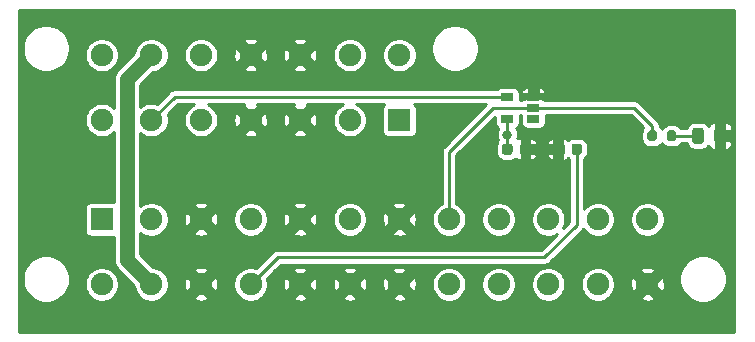
<source format=gbr>
%TF.GenerationSoftware,KiCad,Pcbnew,(5.1.9-0-10_14)*%
%TF.CreationDate,2023-05-06T09:45:43+02:00*%
%TF.ProjectId,SS1_ATX,5353315f-4154-4582-9e6b-696361645f70,rev?*%
%TF.SameCoordinates,Original*%
%TF.FileFunction,Copper,L1,Top*%
%TF.FilePolarity,Positive*%
%FSLAX46Y46*%
G04 Gerber Fmt 4.6, Leading zero omitted, Abs format (unit mm)*
G04 Created by KiCad (PCBNEW (5.1.9-0-10_14)) date 2023-05-06 09:45:43*
%MOMM*%
%LPD*%
G01*
G04 APERTURE LIST*
%TA.AperFunction,ComponentPad*%
%ADD10R,1.900000X1.900000*%
%TD*%
%TA.AperFunction,ComponentPad*%
%ADD11C,1.900000*%
%TD*%
%TA.AperFunction,SMDPad,CuDef*%
%ADD12R,1.060000X0.650000*%
%TD*%
%TA.AperFunction,ViaPad*%
%ADD13C,0.800000*%
%TD*%
%TA.AperFunction,Conductor*%
%ADD14C,0.250000*%
%TD*%
%TA.AperFunction,Conductor*%
%ADD15C,1.250000*%
%TD*%
%TA.AperFunction,Conductor*%
%ADD16C,0.254000*%
%TD*%
%TA.AperFunction,Conductor*%
%ADD17C,0.100000*%
%TD*%
G04 APERTURE END LIST*
%TO.P,R1,1*%
%TO.N,~PS-ON*%
%TA.AperFunction,SMDPad,CuDef*%
G36*
G01*
X138145000Y-122103750D02*
X138145000Y-122616250D01*
G75*
G02*
X137926250Y-122835000I-218750J0D01*
G01*
X137488750Y-122835000D01*
G75*
G02*
X137270000Y-122616250I0J218750D01*
G01*
X137270000Y-122103750D01*
G75*
G02*
X137488750Y-121885000I218750J0D01*
G01*
X137926250Y-121885000D01*
G75*
G02*
X138145000Y-122103750I0J-218750D01*
G01*
G37*
%TD.AperFunction*%
%TO.P,R1,2*%
%TO.N,GND*%
%TA.AperFunction,SMDPad,CuDef*%
G36*
G01*
X136570000Y-122103750D02*
X136570000Y-122616250D01*
G75*
G02*
X136351250Y-122835000I-218750J0D01*
G01*
X135913750Y-122835000D01*
G75*
G02*
X135695000Y-122616250I0J218750D01*
G01*
X135695000Y-122103750D01*
G75*
G02*
X135913750Y-121885000I218750J0D01*
G01*
X136351250Y-121885000D01*
G75*
G02*
X136570000Y-122103750I0J-218750D01*
G01*
G37*
%TD.AperFunction*%
%TD*%
D10*
%TO.P,J2,1*%
%TO.N,+5V*%
X122700000Y-119890000D03*
D11*
%TO.P,J2,2*%
X118500000Y-119890000D03*
%TO.P,J2,8*%
X122700000Y-114390000D03*
%TO.P,J2,9*%
X118500000Y-114390000D03*
%TO.P,J2,3*%
%TO.N,GND*%
X114300000Y-119890000D03*
%TO.P,J2,4*%
X110100000Y-119890000D03*
%TO.P,J2,5*%
%TO.N,+12V*%
X105900000Y-119890000D03*
%TO.P,J2,6*%
%TO.N,PWRONRST*%
X101700000Y-119890000D03*
%TO.P,J2,7*%
%TO.N,Net-(J2-Pad7)*%
X97500000Y-119890000D03*
%TO.P,J2,10*%
%TO.N,GND*%
X114300000Y-114390000D03*
%TO.P,J2,11*%
X110100000Y-114390000D03*
%TO.P,J2,12*%
%TO.N,+12V*%
X105900000Y-114390000D03*
%TO.P,J2,13*%
%TO.N,-12V*%
X101700000Y-114390000D03*
%TO.P,J2,14*%
%TO.N,Net-(J2-Pad14)*%
X97500000Y-114390000D03*
%TD*%
%TO.P,R2,2*%
%TO.N,Net-(D1-Pad2)*%
%TA.AperFunction,SMDPad,CuDef*%
G36*
G01*
X145350780Y-121501862D02*
X145350780Y-120951862D01*
G75*
G02*
X145550780Y-120751862I200000J0D01*
G01*
X145950780Y-120751862D01*
G75*
G02*
X146150780Y-120951862I0J-200000D01*
G01*
X146150780Y-121501862D01*
G75*
G02*
X145950780Y-121701862I-200000J0D01*
G01*
X145550780Y-121701862D01*
G75*
G02*
X145350780Y-121501862I0J200000D01*
G01*
G37*
%TD.AperFunction*%
%TO.P,R2,1*%
%TO.N,PGOOD*%
%TA.AperFunction,SMDPad,CuDef*%
G36*
G01*
X143700780Y-121501862D02*
X143700780Y-120951862D01*
G75*
G02*
X143900780Y-120751862I200000J0D01*
G01*
X144300780Y-120751862D01*
G75*
G02*
X144500780Y-120951862I0J-200000D01*
G01*
X144500780Y-121501862D01*
G75*
G02*
X144300780Y-121701862I-200000J0D01*
G01*
X143900780Y-121701862D01*
G75*
G02*
X143700780Y-121501862I0J200000D01*
G01*
G37*
%TD.AperFunction*%
%TD*%
%TO.P,J1,24*%
%TO.N,GND*%
X143700000Y-133800000D03*
%TO.P,J1,23*%
%TO.N,+5V*%
X139500000Y-133800000D03*
%TO.P,J1,22*%
X135300000Y-133800000D03*
%TO.P,J1,21*%
X131100000Y-133800000D03*
%TO.P,J1,20*%
%TO.N,Net-(J1-Pad20)*%
X126900000Y-133800000D03*
%TO.P,J1,19*%
%TO.N,GND*%
X122700000Y-133800000D03*
%TO.P,J1,18*%
X118500000Y-133800000D03*
%TO.P,J1,17*%
X114300000Y-133800000D03*
%TO.P,J1,16*%
%TO.N,~PS-ON*%
X110100000Y-133800000D03*
%TO.P,J1,15*%
%TO.N,GND*%
X105900000Y-133800000D03*
%TO.P,J1,14*%
%TO.N,-12V*%
X101700000Y-133800000D03*
%TO.P,J1,13*%
%TO.N,Net-(J1-Pad13)*%
X97500000Y-133800000D03*
%TO.P,J1,12*%
%TO.N,Net-(J1-Pad12)*%
X143700000Y-128300000D03*
%TO.P,J1,11*%
%TO.N,+12V*%
X139500000Y-128300000D03*
%TO.P,J1,10*%
X135300000Y-128300000D03*
%TO.P,J1,9*%
%TO.N,+5VD*%
X131100000Y-128300000D03*
%TO.P,J1,8*%
%TO.N,PGOOD*%
X126900000Y-128300000D03*
%TO.P,J1,7*%
%TO.N,GND*%
X122700000Y-128300000D03*
%TO.P,J1,6*%
%TO.N,+5V*%
X118500000Y-128300000D03*
%TO.P,J1,5*%
%TO.N,GND*%
X114300000Y-128300000D03*
%TO.P,J1,4*%
%TO.N,+5V*%
X110100000Y-128300000D03*
%TO.P,J1,3*%
%TO.N,GND*%
X105900000Y-128300000D03*
%TO.P,J1,2*%
%TO.N,Net-(J1-Pad2)*%
X101700000Y-128300000D03*
D10*
%TO.P,J1,1*%
%TO.N,Net-(J1-Pad1)*%
X97500000Y-128300000D03*
%TD*%
%TO.P,D1,2*%
%TO.N,Net-(D1-Pad2)*%
%TA.AperFunction,SMDPad,CuDef*%
G36*
G01*
X148475780Y-120770612D02*
X148475780Y-121683112D01*
G75*
G02*
X148232030Y-121926862I-243750J0D01*
G01*
X147744530Y-121926862D01*
G75*
G02*
X147500780Y-121683112I0J243750D01*
G01*
X147500780Y-120770612D01*
G75*
G02*
X147744530Y-120526862I243750J0D01*
G01*
X148232030Y-120526862D01*
G75*
G02*
X148475780Y-120770612I0J-243750D01*
G01*
G37*
%TD.AperFunction*%
%TO.P,D1,1*%
%TO.N,GND*%
%TA.AperFunction,SMDPad,CuDef*%
G36*
G01*
X150350780Y-120770612D02*
X150350780Y-121683112D01*
G75*
G02*
X150107030Y-121926862I-243750J0D01*
G01*
X149619530Y-121926862D01*
G75*
G02*
X149375780Y-121683112I0J243750D01*
G01*
X149375780Y-120770612D01*
G75*
G02*
X149619530Y-120526862I243750J0D01*
G01*
X150107030Y-120526862D01*
G75*
G02*
X150350780Y-120770612I0J-243750D01*
G01*
G37*
%TD.AperFunction*%
%TD*%
D12*
%TO.P,U2,5*%
%TO.N,+5V*%
X131830000Y-119810000D03*
%TO.P,U2,4*%
%TO.N,PWRONRST*%
X131830000Y-117910000D03*
%TO.P,U2,3*%
%TO.N,GND*%
X134030000Y-117910000D03*
%TO.P,U2,2*%
%TO.N,PGOOD*%
X134030000Y-118860000D03*
%TO.P,U2,1*%
%TO.N,N/C*%
X134030000Y-119810000D03*
%TD*%
%TO.P,C1,2*%
%TO.N,+5V*%
%TA.AperFunction,SMDPad,CuDef*%
G36*
G01*
X132280000Y-122110000D02*
X132280000Y-122610000D01*
G75*
G02*
X132055000Y-122835000I-225000J0D01*
G01*
X131605000Y-122835000D01*
G75*
G02*
X131380000Y-122610000I0J225000D01*
G01*
X131380000Y-122110000D01*
G75*
G02*
X131605000Y-121885000I225000J0D01*
G01*
X132055000Y-121885000D01*
G75*
G02*
X132280000Y-122110000I0J-225000D01*
G01*
G37*
%TD.AperFunction*%
%TO.P,C1,1*%
%TO.N,GND*%
%TA.AperFunction,SMDPad,CuDef*%
G36*
G01*
X133830000Y-122110000D02*
X133830000Y-122610000D01*
G75*
G02*
X133605000Y-122835000I-225000J0D01*
G01*
X133155000Y-122835000D01*
G75*
G02*
X132930000Y-122610000I0J225000D01*
G01*
X132930000Y-122110000D01*
G75*
G02*
X133155000Y-121885000I225000J0D01*
G01*
X133605000Y-121885000D01*
G75*
G02*
X133830000Y-122110000I0J-225000D01*
G01*
G37*
%TD.AperFunction*%
%TD*%
D13*
%TO.N,GND*%
X134720000Y-122360000D03*
X135420000Y-117910000D03*
X149863280Y-122750000D03*
X92500000Y-124000000D03*
X92500000Y-129000000D03*
X92500000Y-119000000D03*
X148500000Y-113500000D03*
%TO.N,+5V*%
X131830000Y-121120000D03*
%TD*%
D14*
%TO.N,GND*%
X133380000Y-122360000D02*
X134720000Y-122360000D01*
X134030000Y-117910000D02*
X135420000Y-117910000D01*
X149863280Y-121226862D02*
X149863280Y-122750000D01*
X136132500Y-122360000D02*
X134720000Y-122360000D01*
%TO.N,+5V*%
X131830000Y-120385000D02*
X131830000Y-121120000D01*
X131830000Y-119810000D02*
X131830000Y-120385000D01*
X131830000Y-121120000D02*
X131830000Y-122360000D01*
%TO.N,~PS-ON*%
X137707500Y-122360000D02*
X137707500Y-128782500D01*
X137707500Y-128782500D02*
X134980000Y-131510000D01*
X112390000Y-131510000D02*
X110100000Y-133800000D01*
X134980000Y-131510000D02*
X112390000Y-131510000D01*
D15*
%TO.N,-12V*%
X101700000Y-133800000D02*
X99640000Y-131740000D01*
X99640000Y-131740000D02*
X99640000Y-116450000D01*
X99640000Y-116450000D02*
X101700000Y-114390000D01*
D14*
%TO.N,PGOOD*%
X126900000Y-128300000D02*
X126900000Y-122610000D01*
X130650000Y-118860000D02*
X134030000Y-118860000D01*
X126900000Y-122610000D02*
X130650000Y-118860000D01*
X134030000Y-118860000D02*
X142590000Y-118860000D01*
X144100780Y-120370780D02*
X144100780Y-121226862D01*
X142590000Y-118860000D02*
X144100780Y-120370780D01*
%TO.N,Net-(D1-Pad2)*%
X145750780Y-121226862D02*
X147988280Y-121226862D01*
%TO.N,PWRONRST*%
X103680000Y-117910000D02*
X101700000Y-119890000D01*
X131830000Y-117910000D02*
X103680000Y-117910000D01*
%TD*%
D16*
%TO.N,GND*%
X151067001Y-137867000D02*
X90533000Y-137867000D01*
X90533000Y-133142229D01*
X90792000Y-133142229D01*
X90792000Y-133537771D01*
X90869166Y-133925712D01*
X91020533Y-134291145D01*
X91240284Y-134620025D01*
X91519975Y-134899716D01*
X91848855Y-135119467D01*
X92214288Y-135270834D01*
X92602229Y-135348000D01*
X92997771Y-135348000D01*
X93385712Y-135270834D01*
X93751145Y-135119467D01*
X94080025Y-134899716D01*
X94359716Y-134620025D01*
X94579467Y-134291145D01*
X94730834Y-133925712D01*
X94784403Y-133656399D01*
X96042000Y-133656399D01*
X96042000Y-133943601D01*
X96098030Y-134225283D01*
X96207937Y-134490622D01*
X96367497Y-134729421D01*
X96570579Y-134932503D01*
X96809378Y-135092063D01*
X97074717Y-135201970D01*
X97356399Y-135258000D01*
X97643601Y-135258000D01*
X97925283Y-135201970D01*
X98190622Y-135092063D01*
X98429421Y-134932503D01*
X98632503Y-134729421D01*
X98792063Y-134490622D01*
X98901970Y-134225283D01*
X98958000Y-133943601D01*
X98958000Y-133656399D01*
X98901970Y-133374717D01*
X98792063Y-133109378D01*
X98632503Y-132870579D01*
X98429421Y-132667497D01*
X98190622Y-132507937D01*
X97925283Y-132398030D01*
X97643601Y-132342000D01*
X97356399Y-132342000D01*
X97074717Y-132398030D01*
X96809378Y-132507937D01*
X96570579Y-132667497D01*
X96367497Y-132870579D01*
X96207937Y-133109378D01*
X96098030Y-133374717D01*
X96042000Y-133656399D01*
X94784403Y-133656399D01*
X94808000Y-133537771D01*
X94808000Y-133142229D01*
X94730834Y-132754288D01*
X94579467Y-132388855D01*
X94359716Y-132059975D01*
X94080025Y-131780284D01*
X93751145Y-131560533D01*
X93385712Y-131409166D01*
X92997771Y-131332000D01*
X92602229Y-131332000D01*
X92214288Y-131409166D01*
X91848855Y-131560533D01*
X91519975Y-131780284D01*
X91240284Y-132059975D01*
X91020533Y-132388855D01*
X90869166Y-132754288D01*
X90792000Y-133142229D01*
X90533000Y-133142229D01*
X90533000Y-127350000D01*
X96039543Y-127350000D01*
X96039543Y-129250000D01*
X96049351Y-129349585D01*
X96078399Y-129445343D01*
X96125571Y-129533595D01*
X96189052Y-129610948D01*
X96266405Y-129674429D01*
X96354657Y-129721601D01*
X96450415Y-129750649D01*
X96550000Y-129760457D01*
X98450000Y-129760457D01*
X98507000Y-129754843D01*
X98507000Y-131684349D01*
X98501519Y-131740000D01*
X98507000Y-131795651D01*
X98507000Y-131795658D01*
X98523394Y-131962106D01*
X98588180Y-132175677D01*
X98693387Y-132372507D01*
X98834972Y-132545028D01*
X98878208Y-132580511D01*
X100242174Y-133944478D01*
X100298030Y-134225283D01*
X100407937Y-134490622D01*
X100567497Y-134729421D01*
X100770579Y-134932503D01*
X101009378Y-135092063D01*
X101274717Y-135201970D01*
X101556399Y-135258000D01*
X101843601Y-135258000D01*
X102125283Y-135201970D01*
X102390622Y-135092063D01*
X102563740Y-134976389D01*
X105262427Y-134976389D01*
X105376727Y-135168420D01*
X105653747Y-135244212D01*
X105940231Y-135264504D01*
X106225168Y-135228515D01*
X106423273Y-135168420D01*
X106537573Y-134976389D01*
X105900000Y-134338815D01*
X105262427Y-134976389D01*
X102563740Y-134976389D01*
X102629421Y-134932503D01*
X102832503Y-134729421D01*
X102992063Y-134490622D01*
X103101970Y-134225283D01*
X103158000Y-133943601D01*
X103158000Y-133840231D01*
X104435496Y-133840231D01*
X104471485Y-134125168D01*
X104531580Y-134323273D01*
X104723611Y-134437573D01*
X105361185Y-133800000D01*
X106438815Y-133800000D01*
X107076389Y-134437573D01*
X107268420Y-134323273D01*
X107344212Y-134046253D01*
X107364504Y-133759769D01*
X107351448Y-133656399D01*
X108642000Y-133656399D01*
X108642000Y-133943601D01*
X108698030Y-134225283D01*
X108807937Y-134490622D01*
X108967497Y-134729421D01*
X109170579Y-134932503D01*
X109409378Y-135092063D01*
X109674717Y-135201970D01*
X109956399Y-135258000D01*
X110243601Y-135258000D01*
X110525283Y-135201970D01*
X110790622Y-135092063D01*
X110963740Y-134976389D01*
X113662427Y-134976389D01*
X113776727Y-135168420D01*
X114053747Y-135244212D01*
X114340231Y-135264504D01*
X114625168Y-135228515D01*
X114823273Y-135168420D01*
X114937573Y-134976389D01*
X117862427Y-134976389D01*
X117976727Y-135168420D01*
X118253747Y-135244212D01*
X118540231Y-135264504D01*
X118825168Y-135228515D01*
X119023273Y-135168420D01*
X119137573Y-134976389D01*
X122062427Y-134976389D01*
X122176727Y-135168420D01*
X122453747Y-135244212D01*
X122740231Y-135264504D01*
X123025168Y-135228515D01*
X123223273Y-135168420D01*
X123337573Y-134976389D01*
X122700000Y-134338815D01*
X122062427Y-134976389D01*
X119137573Y-134976389D01*
X118500000Y-134338815D01*
X117862427Y-134976389D01*
X114937573Y-134976389D01*
X114300000Y-134338815D01*
X113662427Y-134976389D01*
X110963740Y-134976389D01*
X111029421Y-134932503D01*
X111232503Y-134729421D01*
X111392063Y-134490622D01*
X111501970Y-134225283D01*
X111558000Y-133943601D01*
X111558000Y-133840231D01*
X112835496Y-133840231D01*
X112871485Y-134125168D01*
X112931580Y-134323273D01*
X113123611Y-134437573D01*
X113761185Y-133800000D01*
X114838815Y-133800000D01*
X115476389Y-134437573D01*
X115668420Y-134323273D01*
X115744212Y-134046253D01*
X115758804Y-133840231D01*
X117035496Y-133840231D01*
X117071485Y-134125168D01*
X117131580Y-134323273D01*
X117323611Y-134437573D01*
X117961185Y-133800000D01*
X119038815Y-133800000D01*
X119676389Y-134437573D01*
X119868420Y-134323273D01*
X119944212Y-134046253D01*
X119958804Y-133840231D01*
X121235496Y-133840231D01*
X121271485Y-134125168D01*
X121331580Y-134323273D01*
X121523611Y-134437573D01*
X122161185Y-133800000D01*
X123238815Y-133800000D01*
X123876389Y-134437573D01*
X124068420Y-134323273D01*
X124144212Y-134046253D01*
X124164504Y-133759769D01*
X124151448Y-133656399D01*
X125442000Y-133656399D01*
X125442000Y-133943601D01*
X125498030Y-134225283D01*
X125607937Y-134490622D01*
X125767497Y-134729421D01*
X125970579Y-134932503D01*
X126209378Y-135092063D01*
X126474717Y-135201970D01*
X126756399Y-135258000D01*
X127043601Y-135258000D01*
X127325283Y-135201970D01*
X127590622Y-135092063D01*
X127829421Y-134932503D01*
X128032503Y-134729421D01*
X128192063Y-134490622D01*
X128301970Y-134225283D01*
X128358000Y-133943601D01*
X128358000Y-133656399D01*
X129642000Y-133656399D01*
X129642000Y-133943601D01*
X129698030Y-134225283D01*
X129807937Y-134490622D01*
X129967497Y-134729421D01*
X130170579Y-134932503D01*
X130409378Y-135092063D01*
X130674717Y-135201970D01*
X130956399Y-135258000D01*
X131243601Y-135258000D01*
X131525283Y-135201970D01*
X131790622Y-135092063D01*
X132029421Y-134932503D01*
X132232503Y-134729421D01*
X132392063Y-134490622D01*
X132501970Y-134225283D01*
X132558000Y-133943601D01*
X132558000Y-133656399D01*
X133842000Y-133656399D01*
X133842000Y-133943601D01*
X133898030Y-134225283D01*
X134007937Y-134490622D01*
X134167497Y-134729421D01*
X134370579Y-134932503D01*
X134609378Y-135092063D01*
X134874717Y-135201970D01*
X135156399Y-135258000D01*
X135443601Y-135258000D01*
X135725283Y-135201970D01*
X135990622Y-135092063D01*
X136229421Y-134932503D01*
X136432503Y-134729421D01*
X136592063Y-134490622D01*
X136701970Y-134225283D01*
X136758000Y-133943601D01*
X136758000Y-133656399D01*
X138042000Y-133656399D01*
X138042000Y-133943601D01*
X138098030Y-134225283D01*
X138207937Y-134490622D01*
X138367497Y-134729421D01*
X138570579Y-134932503D01*
X138809378Y-135092063D01*
X139074717Y-135201970D01*
X139356399Y-135258000D01*
X139643601Y-135258000D01*
X139925283Y-135201970D01*
X140190622Y-135092063D01*
X140363740Y-134976389D01*
X143062427Y-134976389D01*
X143176727Y-135168420D01*
X143453747Y-135244212D01*
X143740231Y-135264504D01*
X144025168Y-135228515D01*
X144223273Y-135168420D01*
X144337573Y-134976389D01*
X143700000Y-134338815D01*
X143062427Y-134976389D01*
X140363740Y-134976389D01*
X140429421Y-134932503D01*
X140632503Y-134729421D01*
X140792063Y-134490622D01*
X140901970Y-134225283D01*
X140958000Y-133943601D01*
X140958000Y-133840231D01*
X142235496Y-133840231D01*
X142271485Y-134125168D01*
X142331580Y-134323273D01*
X142523611Y-134437573D01*
X143161185Y-133800000D01*
X144238815Y-133800000D01*
X144876389Y-134437573D01*
X145068420Y-134323273D01*
X145144212Y-134046253D01*
X145164504Y-133759769D01*
X145128515Y-133474832D01*
X145068420Y-133276727D01*
X144876389Y-133162427D01*
X144238815Y-133800000D01*
X143161185Y-133800000D01*
X142523611Y-133162427D01*
X142331580Y-133276727D01*
X142255788Y-133553747D01*
X142235496Y-133840231D01*
X140958000Y-133840231D01*
X140958000Y-133656399D01*
X140901970Y-133374717D01*
X140792063Y-133109378D01*
X140632503Y-132870579D01*
X140429421Y-132667497D01*
X140363741Y-132623611D01*
X143062427Y-132623611D01*
X143700000Y-133261185D01*
X143818955Y-133142229D01*
X146392000Y-133142229D01*
X146392000Y-133537771D01*
X146469166Y-133925712D01*
X146620533Y-134291145D01*
X146840284Y-134620025D01*
X147119975Y-134899716D01*
X147448855Y-135119467D01*
X147814288Y-135270834D01*
X148202229Y-135348000D01*
X148597771Y-135348000D01*
X148985712Y-135270834D01*
X149351145Y-135119467D01*
X149680025Y-134899716D01*
X149959716Y-134620025D01*
X150179467Y-134291145D01*
X150330834Y-133925712D01*
X150408000Y-133537771D01*
X150408000Y-133142229D01*
X150330834Y-132754288D01*
X150179467Y-132388855D01*
X149959716Y-132059975D01*
X149680025Y-131780284D01*
X149351145Y-131560533D01*
X148985712Y-131409166D01*
X148597771Y-131332000D01*
X148202229Y-131332000D01*
X147814288Y-131409166D01*
X147448855Y-131560533D01*
X147119975Y-131780284D01*
X146840284Y-132059975D01*
X146620533Y-132388855D01*
X146469166Y-132754288D01*
X146392000Y-133142229D01*
X143818955Y-133142229D01*
X144337573Y-132623611D01*
X144223273Y-132431580D01*
X143946253Y-132355788D01*
X143659769Y-132335496D01*
X143374832Y-132371485D01*
X143176727Y-132431580D01*
X143062427Y-132623611D01*
X140363741Y-132623611D01*
X140190622Y-132507937D01*
X139925283Y-132398030D01*
X139643601Y-132342000D01*
X139356399Y-132342000D01*
X139074717Y-132398030D01*
X138809378Y-132507937D01*
X138570579Y-132667497D01*
X138367497Y-132870579D01*
X138207937Y-133109378D01*
X138098030Y-133374717D01*
X138042000Y-133656399D01*
X136758000Y-133656399D01*
X136701970Y-133374717D01*
X136592063Y-133109378D01*
X136432503Y-132870579D01*
X136229421Y-132667497D01*
X135990622Y-132507937D01*
X135725283Y-132398030D01*
X135443601Y-132342000D01*
X135156399Y-132342000D01*
X134874717Y-132398030D01*
X134609378Y-132507937D01*
X134370579Y-132667497D01*
X134167497Y-132870579D01*
X134007937Y-133109378D01*
X133898030Y-133374717D01*
X133842000Y-133656399D01*
X132558000Y-133656399D01*
X132501970Y-133374717D01*
X132392063Y-133109378D01*
X132232503Y-132870579D01*
X132029421Y-132667497D01*
X131790622Y-132507937D01*
X131525283Y-132398030D01*
X131243601Y-132342000D01*
X130956399Y-132342000D01*
X130674717Y-132398030D01*
X130409378Y-132507937D01*
X130170579Y-132667497D01*
X129967497Y-132870579D01*
X129807937Y-133109378D01*
X129698030Y-133374717D01*
X129642000Y-133656399D01*
X128358000Y-133656399D01*
X128301970Y-133374717D01*
X128192063Y-133109378D01*
X128032503Y-132870579D01*
X127829421Y-132667497D01*
X127590622Y-132507937D01*
X127325283Y-132398030D01*
X127043601Y-132342000D01*
X126756399Y-132342000D01*
X126474717Y-132398030D01*
X126209378Y-132507937D01*
X125970579Y-132667497D01*
X125767497Y-132870579D01*
X125607937Y-133109378D01*
X125498030Y-133374717D01*
X125442000Y-133656399D01*
X124151448Y-133656399D01*
X124128515Y-133474832D01*
X124068420Y-133276727D01*
X123876389Y-133162427D01*
X123238815Y-133800000D01*
X122161185Y-133800000D01*
X121523611Y-133162427D01*
X121331580Y-133276727D01*
X121255788Y-133553747D01*
X121235496Y-133840231D01*
X119958804Y-133840231D01*
X119964504Y-133759769D01*
X119928515Y-133474832D01*
X119868420Y-133276727D01*
X119676389Y-133162427D01*
X119038815Y-133800000D01*
X117961185Y-133800000D01*
X117323611Y-133162427D01*
X117131580Y-133276727D01*
X117055788Y-133553747D01*
X117035496Y-133840231D01*
X115758804Y-133840231D01*
X115764504Y-133759769D01*
X115728515Y-133474832D01*
X115668420Y-133276727D01*
X115476389Y-133162427D01*
X114838815Y-133800000D01*
X113761185Y-133800000D01*
X113123611Y-133162427D01*
X112931580Y-133276727D01*
X112855788Y-133553747D01*
X112835496Y-133840231D01*
X111558000Y-133840231D01*
X111558000Y-133656399D01*
X111501970Y-133374717D01*
X111478102Y-133317095D01*
X112171586Y-132623611D01*
X113662427Y-132623611D01*
X114300000Y-133261185D01*
X114937573Y-132623611D01*
X117862427Y-132623611D01*
X118500000Y-133261185D01*
X119137573Y-132623611D01*
X122062427Y-132623611D01*
X122700000Y-133261185D01*
X123337573Y-132623611D01*
X123223273Y-132431580D01*
X122946253Y-132355788D01*
X122659769Y-132335496D01*
X122374832Y-132371485D01*
X122176727Y-132431580D01*
X122062427Y-132623611D01*
X119137573Y-132623611D01*
X119023273Y-132431580D01*
X118746253Y-132355788D01*
X118459769Y-132335496D01*
X118174832Y-132371485D01*
X117976727Y-132431580D01*
X117862427Y-132623611D01*
X114937573Y-132623611D01*
X114823273Y-132431580D01*
X114546253Y-132355788D01*
X114259769Y-132335496D01*
X113974832Y-132371485D01*
X113776727Y-132431580D01*
X113662427Y-132623611D01*
X112171586Y-132623611D01*
X112652198Y-132143000D01*
X134948912Y-132143000D01*
X134980000Y-132146062D01*
X135011088Y-132143000D01*
X135104090Y-132133840D01*
X135223410Y-132097645D01*
X135333377Y-132038866D01*
X135429764Y-131959764D01*
X135449584Y-131935613D01*
X138133113Y-129252084D01*
X138157264Y-129232264D01*
X138236366Y-129135877D01*
X138266866Y-129078816D01*
X138367497Y-129229421D01*
X138570579Y-129432503D01*
X138809378Y-129592063D01*
X139074717Y-129701970D01*
X139356399Y-129758000D01*
X139643601Y-129758000D01*
X139925283Y-129701970D01*
X140190622Y-129592063D01*
X140429421Y-129432503D01*
X140632503Y-129229421D01*
X140792063Y-128990622D01*
X140901970Y-128725283D01*
X140958000Y-128443601D01*
X140958000Y-128156399D01*
X142242000Y-128156399D01*
X142242000Y-128443601D01*
X142298030Y-128725283D01*
X142407937Y-128990622D01*
X142567497Y-129229421D01*
X142770579Y-129432503D01*
X143009378Y-129592063D01*
X143274717Y-129701970D01*
X143556399Y-129758000D01*
X143843601Y-129758000D01*
X144125283Y-129701970D01*
X144390622Y-129592063D01*
X144629421Y-129432503D01*
X144832503Y-129229421D01*
X144992063Y-128990622D01*
X145101970Y-128725283D01*
X145158000Y-128443601D01*
X145158000Y-128156399D01*
X145101970Y-127874717D01*
X144992063Y-127609378D01*
X144832503Y-127370579D01*
X144629421Y-127167497D01*
X144390622Y-127007937D01*
X144125283Y-126898030D01*
X143843601Y-126842000D01*
X143556399Y-126842000D01*
X143274717Y-126898030D01*
X143009378Y-127007937D01*
X142770579Y-127167497D01*
X142567497Y-127370579D01*
X142407937Y-127609378D01*
X142298030Y-127874717D01*
X142242000Y-128156399D01*
X140958000Y-128156399D01*
X140901970Y-127874717D01*
X140792063Y-127609378D01*
X140632503Y-127370579D01*
X140429421Y-127167497D01*
X140190622Y-127007937D01*
X139925283Y-126898030D01*
X139643601Y-126842000D01*
X139356399Y-126842000D01*
X139074717Y-126898030D01*
X138809378Y-127007937D01*
X138570579Y-127167497D01*
X138367497Y-127370579D01*
X138340500Y-127410983D01*
X138340500Y-123215075D01*
X138441877Y-123131877D01*
X138532563Y-123021376D01*
X138599949Y-122895305D01*
X138641445Y-122758511D01*
X138655457Y-122616250D01*
X138655457Y-122103750D01*
X138641445Y-121961489D01*
X138599949Y-121824695D01*
X138532563Y-121698624D01*
X138441877Y-121588123D01*
X138331376Y-121497437D01*
X138205305Y-121430051D01*
X138068511Y-121388555D01*
X137926250Y-121374543D01*
X137488750Y-121374543D01*
X137346489Y-121388555D01*
X137209695Y-121430051D01*
X137083624Y-121497437D01*
X136979341Y-121583020D01*
X136930948Y-121524052D01*
X136853595Y-121460570D01*
X136765344Y-121413398D01*
X136669585Y-121384350D01*
X136570000Y-121374542D01*
X136570000Y-121377000D01*
X136443000Y-121504000D01*
X136443000Y-122012000D01*
X136533500Y-122012000D01*
X136533500Y-122708000D01*
X136443000Y-122708000D01*
X136443000Y-123216000D01*
X136570000Y-123343000D01*
X136570000Y-123345458D01*
X136669585Y-123335650D01*
X136765344Y-123306602D01*
X136853595Y-123259430D01*
X136930948Y-123195948D01*
X136979341Y-123136980D01*
X137074500Y-123215075D01*
X137074501Y-128520302D01*
X136567662Y-129027141D01*
X136592063Y-128990622D01*
X136701970Y-128725283D01*
X136758000Y-128443601D01*
X136758000Y-128156399D01*
X136701970Y-127874717D01*
X136592063Y-127609378D01*
X136432503Y-127370579D01*
X136229421Y-127167497D01*
X135990622Y-127007937D01*
X135725283Y-126898030D01*
X135443601Y-126842000D01*
X135156399Y-126842000D01*
X134874717Y-126898030D01*
X134609378Y-127007937D01*
X134370579Y-127167497D01*
X134167497Y-127370579D01*
X134007937Y-127609378D01*
X133898030Y-127874717D01*
X133842000Y-128156399D01*
X133842000Y-128443601D01*
X133898030Y-128725283D01*
X134007937Y-128990622D01*
X134167497Y-129229421D01*
X134370579Y-129432503D01*
X134609378Y-129592063D01*
X134874717Y-129701970D01*
X135156399Y-129758000D01*
X135443601Y-129758000D01*
X135725283Y-129701970D01*
X135990622Y-129592063D01*
X136027141Y-129567662D01*
X134717803Y-130877000D01*
X112421085Y-130877000D01*
X112389999Y-130873938D01*
X112358913Y-130877000D01*
X112358912Y-130877000D01*
X112265910Y-130886160D01*
X112146590Y-130922355D01*
X112036623Y-130981134D01*
X111940236Y-131060236D01*
X111920420Y-131084382D01*
X110582905Y-132421898D01*
X110525283Y-132398030D01*
X110243601Y-132342000D01*
X109956399Y-132342000D01*
X109674717Y-132398030D01*
X109409378Y-132507937D01*
X109170579Y-132667497D01*
X108967497Y-132870579D01*
X108807937Y-133109378D01*
X108698030Y-133374717D01*
X108642000Y-133656399D01*
X107351448Y-133656399D01*
X107328515Y-133474832D01*
X107268420Y-133276727D01*
X107076389Y-133162427D01*
X106438815Y-133800000D01*
X105361185Y-133800000D01*
X104723611Y-133162427D01*
X104531580Y-133276727D01*
X104455788Y-133553747D01*
X104435496Y-133840231D01*
X103158000Y-133840231D01*
X103158000Y-133656399D01*
X103101970Y-133374717D01*
X102992063Y-133109378D01*
X102832503Y-132870579D01*
X102629421Y-132667497D01*
X102563741Y-132623611D01*
X105262427Y-132623611D01*
X105900000Y-133261185D01*
X106537573Y-132623611D01*
X106423273Y-132431580D01*
X106146253Y-132355788D01*
X105859769Y-132335496D01*
X105574832Y-132371485D01*
X105376727Y-132431580D01*
X105262427Y-132623611D01*
X102563741Y-132623611D01*
X102390622Y-132507937D01*
X102125283Y-132398030D01*
X101844478Y-132342174D01*
X100773000Y-131270697D01*
X100773000Y-129434121D01*
X101009378Y-129592063D01*
X101274717Y-129701970D01*
X101556399Y-129758000D01*
X101843601Y-129758000D01*
X102125283Y-129701970D01*
X102390622Y-129592063D01*
X102563740Y-129476389D01*
X105262427Y-129476389D01*
X105376727Y-129668420D01*
X105653747Y-129744212D01*
X105940231Y-129764504D01*
X106225168Y-129728515D01*
X106423273Y-129668420D01*
X106537573Y-129476389D01*
X105900000Y-128838815D01*
X105262427Y-129476389D01*
X102563740Y-129476389D01*
X102629421Y-129432503D01*
X102832503Y-129229421D01*
X102992063Y-128990622D01*
X103101970Y-128725283D01*
X103158000Y-128443601D01*
X103158000Y-128340231D01*
X104435496Y-128340231D01*
X104471485Y-128625168D01*
X104531580Y-128823273D01*
X104723611Y-128937573D01*
X105361185Y-128300000D01*
X106438815Y-128300000D01*
X107076389Y-128937573D01*
X107268420Y-128823273D01*
X107344212Y-128546253D01*
X107364504Y-128259769D01*
X107351448Y-128156399D01*
X108642000Y-128156399D01*
X108642000Y-128443601D01*
X108698030Y-128725283D01*
X108807937Y-128990622D01*
X108967497Y-129229421D01*
X109170579Y-129432503D01*
X109409378Y-129592063D01*
X109674717Y-129701970D01*
X109956399Y-129758000D01*
X110243601Y-129758000D01*
X110525283Y-129701970D01*
X110790622Y-129592063D01*
X110963740Y-129476389D01*
X113662427Y-129476389D01*
X113776727Y-129668420D01*
X114053747Y-129744212D01*
X114340231Y-129764504D01*
X114625168Y-129728515D01*
X114823273Y-129668420D01*
X114937573Y-129476389D01*
X114300000Y-128838815D01*
X113662427Y-129476389D01*
X110963740Y-129476389D01*
X111029421Y-129432503D01*
X111232503Y-129229421D01*
X111392063Y-128990622D01*
X111501970Y-128725283D01*
X111558000Y-128443601D01*
X111558000Y-128340231D01*
X112835496Y-128340231D01*
X112871485Y-128625168D01*
X112931580Y-128823273D01*
X113123611Y-128937573D01*
X113761185Y-128300000D01*
X114838815Y-128300000D01*
X115476389Y-128937573D01*
X115668420Y-128823273D01*
X115744212Y-128546253D01*
X115764504Y-128259769D01*
X115751448Y-128156399D01*
X117042000Y-128156399D01*
X117042000Y-128443601D01*
X117098030Y-128725283D01*
X117207937Y-128990622D01*
X117367497Y-129229421D01*
X117570579Y-129432503D01*
X117809378Y-129592063D01*
X118074717Y-129701970D01*
X118356399Y-129758000D01*
X118643601Y-129758000D01*
X118925283Y-129701970D01*
X119190622Y-129592063D01*
X119363740Y-129476389D01*
X122062427Y-129476389D01*
X122176727Y-129668420D01*
X122453747Y-129744212D01*
X122740231Y-129764504D01*
X123025168Y-129728515D01*
X123223273Y-129668420D01*
X123337573Y-129476389D01*
X122700000Y-128838815D01*
X122062427Y-129476389D01*
X119363740Y-129476389D01*
X119429421Y-129432503D01*
X119632503Y-129229421D01*
X119792063Y-128990622D01*
X119901970Y-128725283D01*
X119958000Y-128443601D01*
X119958000Y-128340231D01*
X121235496Y-128340231D01*
X121271485Y-128625168D01*
X121331580Y-128823273D01*
X121523611Y-128937573D01*
X122161185Y-128300000D01*
X123238815Y-128300000D01*
X123876389Y-128937573D01*
X124068420Y-128823273D01*
X124144212Y-128546253D01*
X124164504Y-128259769D01*
X124128515Y-127974832D01*
X124068420Y-127776727D01*
X123876389Y-127662427D01*
X123238815Y-128300000D01*
X122161185Y-128300000D01*
X121523611Y-127662427D01*
X121331580Y-127776727D01*
X121255788Y-128053747D01*
X121235496Y-128340231D01*
X119958000Y-128340231D01*
X119958000Y-128156399D01*
X119901970Y-127874717D01*
X119792063Y-127609378D01*
X119632503Y-127370579D01*
X119429421Y-127167497D01*
X119363741Y-127123611D01*
X122062427Y-127123611D01*
X122700000Y-127761185D01*
X123337573Y-127123611D01*
X123223273Y-126931580D01*
X122946253Y-126855788D01*
X122659769Y-126835496D01*
X122374832Y-126871485D01*
X122176727Y-126931580D01*
X122062427Y-127123611D01*
X119363741Y-127123611D01*
X119190622Y-127007937D01*
X118925283Y-126898030D01*
X118643601Y-126842000D01*
X118356399Y-126842000D01*
X118074717Y-126898030D01*
X117809378Y-127007937D01*
X117570579Y-127167497D01*
X117367497Y-127370579D01*
X117207937Y-127609378D01*
X117098030Y-127874717D01*
X117042000Y-128156399D01*
X115751448Y-128156399D01*
X115728515Y-127974832D01*
X115668420Y-127776727D01*
X115476389Y-127662427D01*
X114838815Y-128300000D01*
X113761185Y-128300000D01*
X113123611Y-127662427D01*
X112931580Y-127776727D01*
X112855788Y-128053747D01*
X112835496Y-128340231D01*
X111558000Y-128340231D01*
X111558000Y-128156399D01*
X111501970Y-127874717D01*
X111392063Y-127609378D01*
X111232503Y-127370579D01*
X111029421Y-127167497D01*
X110963741Y-127123611D01*
X113662427Y-127123611D01*
X114300000Y-127761185D01*
X114937573Y-127123611D01*
X114823273Y-126931580D01*
X114546253Y-126855788D01*
X114259769Y-126835496D01*
X113974832Y-126871485D01*
X113776727Y-126931580D01*
X113662427Y-127123611D01*
X110963741Y-127123611D01*
X110790622Y-127007937D01*
X110525283Y-126898030D01*
X110243601Y-126842000D01*
X109956399Y-126842000D01*
X109674717Y-126898030D01*
X109409378Y-127007937D01*
X109170579Y-127167497D01*
X108967497Y-127370579D01*
X108807937Y-127609378D01*
X108698030Y-127874717D01*
X108642000Y-128156399D01*
X107351448Y-128156399D01*
X107328515Y-127974832D01*
X107268420Y-127776727D01*
X107076389Y-127662427D01*
X106438815Y-128300000D01*
X105361185Y-128300000D01*
X104723611Y-127662427D01*
X104531580Y-127776727D01*
X104455788Y-128053747D01*
X104435496Y-128340231D01*
X103158000Y-128340231D01*
X103158000Y-128156399D01*
X103101970Y-127874717D01*
X102992063Y-127609378D01*
X102832503Y-127370579D01*
X102629421Y-127167497D01*
X102563741Y-127123611D01*
X105262427Y-127123611D01*
X105900000Y-127761185D01*
X106537573Y-127123611D01*
X106423273Y-126931580D01*
X106146253Y-126855788D01*
X105859769Y-126835496D01*
X105574832Y-126871485D01*
X105376727Y-126931580D01*
X105262427Y-127123611D01*
X102563741Y-127123611D01*
X102390622Y-127007937D01*
X102125283Y-126898030D01*
X101843601Y-126842000D01*
X101556399Y-126842000D01*
X101274717Y-126898030D01*
X101009378Y-127007937D01*
X100773000Y-127165879D01*
X100773000Y-121024121D01*
X101009378Y-121182063D01*
X101274717Y-121291970D01*
X101556399Y-121348000D01*
X101843601Y-121348000D01*
X102125283Y-121291970D01*
X102390622Y-121182063D01*
X102629421Y-121022503D01*
X102832503Y-120819421D01*
X102992063Y-120580622D01*
X103101970Y-120315283D01*
X103158000Y-120033601D01*
X103158000Y-119746399D01*
X103101970Y-119464717D01*
X103078102Y-119407095D01*
X103942197Y-118543000D01*
X105342008Y-118543000D01*
X105209378Y-118597937D01*
X104970579Y-118757497D01*
X104767497Y-118960579D01*
X104607937Y-119199378D01*
X104498030Y-119464717D01*
X104442000Y-119746399D01*
X104442000Y-120033601D01*
X104498030Y-120315283D01*
X104607937Y-120580622D01*
X104767497Y-120819421D01*
X104970579Y-121022503D01*
X105209378Y-121182063D01*
X105474717Y-121291970D01*
X105756399Y-121348000D01*
X106043601Y-121348000D01*
X106325283Y-121291970D01*
X106590622Y-121182063D01*
X106763740Y-121066389D01*
X109462427Y-121066389D01*
X109576727Y-121258420D01*
X109853747Y-121334212D01*
X110140231Y-121354504D01*
X110425168Y-121318515D01*
X110623273Y-121258420D01*
X110737573Y-121066389D01*
X113662427Y-121066389D01*
X113776727Y-121258420D01*
X114053747Y-121334212D01*
X114340231Y-121354504D01*
X114625168Y-121318515D01*
X114823273Y-121258420D01*
X114937573Y-121066389D01*
X114300000Y-120428815D01*
X113662427Y-121066389D01*
X110737573Y-121066389D01*
X110100000Y-120428815D01*
X109462427Y-121066389D01*
X106763740Y-121066389D01*
X106829421Y-121022503D01*
X107032503Y-120819421D01*
X107192063Y-120580622D01*
X107301970Y-120315283D01*
X107358000Y-120033601D01*
X107358000Y-119930231D01*
X108635496Y-119930231D01*
X108671485Y-120215168D01*
X108731580Y-120413273D01*
X108923611Y-120527573D01*
X109561185Y-119890000D01*
X110638815Y-119890000D01*
X111276389Y-120527573D01*
X111468420Y-120413273D01*
X111544212Y-120136253D01*
X111558804Y-119930231D01*
X112835496Y-119930231D01*
X112871485Y-120215168D01*
X112931580Y-120413273D01*
X113123611Y-120527573D01*
X113761185Y-119890000D01*
X114838815Y-119890000D01*
X115476389Y-120527573D01*
X115668420Y-120413273D01*
X115744212Y-120136253D01*
X115764504Y-119849769D01*
X115728515Y-119564832D01*
X115668420Y-119366727D01*
X115476389Y-119252427D01*
X114838815Y-119890000D01*
X113761185Y-119890000D01*
X113123611Y-119252427D01*
X112931580Y-119366727D01*
X112855788Y-119643747D01*
X112835496Y-119930231D01*
X111558804Y-119930231D01*
X111564504Y-119849769D01*
X111528515Y-119564832D01*
X111468420Y-119366727D01*
X111276389Y-119252427D01*
X110638815Y-119890000D01*
X109561185Y-119890000D01*
X108923611Y-119252427D01*
X108731580Y-119366727D01*
X108655788Y-119643747D01*
X108635496Y-119930231D01*
X107358000Y-119930231D01*
X107358000Y-119746399D01*
X107301970Y-119464717D01*
X107192063Y-119199378D01*
X107032503Y-118960579D01*
X106829421Y-118757497D01*
X106590622Y-118597937D01*
X106457992Y-118543000D01*
X109563977Y-118543000D01*
X109462427Y-118713611D01*
X110100000Y-119351185D01*
X110737573Y-118713611D01*
X110636023Y-118543000D01*
X113763977Y-118543000D01*
X113662427Y-118713611D01*
X114300000Y-119351185D01*
X114937573Y-118713611D01*
X114836023Y-118543000D01*
X117942008Y-118543000D01*
X117809378Y-118597937D01*
X117570579Y-118757497D01*
X117367497Y-118960579D01*
X117207937Y-119199378D01*
X117098030Y-119464717D01*
X117042000Y-119746399D01*
X117042000Y-120033601D01*
X117098030Y-120315283D01*
X117207937Y-120580622D01*
X117367497Y-120819421D01*
X117570579Y-121022503D01*
X117809378Y-121182063D01*
X118074717Y-121291970D01*
X118356399Y-121348000D01*
X118643601Y-121348000D01*
X118925283Y-121291970D01*
X119190622Y-121182063D01*
X119429421Y-121022503D01*
X119632503Y-120819421D01*
X119792063Y-120580622D01*
X119901970Y-120315283D01*
X119958000Y-120033601D01*
X119958000Y-119746399D01*
X119901970Y-119464717D01*
X119792063Y-119199378D01*
X119632503Y-118960579D01*
X119429421Y-118757497D01*
X119190622Y-118597937D01*
X119057992Y-118543000D01*
X121432982Y-118543000D01*
X121389052Y-118579052D01*
X121325571Y-118656405D01*
X121278399Y-118744657D01*
X121249351Y-118840415D01*
X121239543Y-118940000D01*
X121239543Y-120840000D01*
X121249351Y-120939585D01*
X121278399Y-121035343D01*
X121325571Y-121123595D01*
X121389052Y-121200948D01*
X121466405Y-121264429D01*
X121554657Y-121311601D01*
X121650415Y-121340649D01*
X121750000Y-121350457D01*
X123650000Y-121350457D01*
X123749585Y-121340649D01*
X123845343Y-121311601D01*
X123933595Y-121264429D01*
X124010948Y-121200948D01*
X124074429Y-121123595D01*
X124121601Y-121035343D01*
X124150649Y-120939585D01*
X124160457Y-120840000D01*
X124160457Y-118940000D01*
X124150649Y-118840415D01*
X124121601Y-118744657D01*
X124074429Y-118656405D01*
X124010948Y-118579052D01*
X123967018Y-118543000D01*
X130071803Y-118543000D01*
X126474383Y-122140420D01*
X126450237Y-122160236D01*
X126430421Y-122184382D01*
X126430419Y-122184384D01*
X126371134Y-122256624D01*
X126312356Y-122366590D01*
X126276160Y-122485911D01*
X126263938Y-122610000D01*
X126267001Y-122641098D01*
X126267000Y-126984069D01*
X126209378Y-127007937D01*
X125970579Y-127167497D01*
X125767497Y-127370579D01*
X125607937Y-127609378D01*
X125498030Y-127874717D01*
X125442000Y-128156399D01*
X125442000Y-128443601D01*
X125498030Y-128725283D01*
X125607937Y-128990622D01*
X125767497Y-129229421D01*
X125970579Y-129432503D01*
X126209378Y-129592063D01*
X126474717Y-129701970D01*
X126756399Y-129758000D01*
X127043601Y-129758000D01*
X127325283Y-129701970D01*
X127590622Y-129592063D01*
X127829421Y-129432503D01*
X128032503Y-129229421D01*
X128192063Y-128990622D01*
X128301970Y-128725283D01*
X128358000Y-128443601D01*
X128358000Y-128156399D01*
X129642000Y-128156399D01*
X129642000Y-128443601D01*
X129698030Y-128725283D01*
X129807937Y-128990622D01*
X129967497Y-129229421D01*
X130170579Y-129432503D01*
X130409378Y-129592063D01*
X130674717Y-129701970D01*
X130956399Y-129758000D01*
X131243601Y-129758000D01*
X131525283Y-129701970D01*
X131790622Y-129592063D01*
X132029421Y-129432503D01*
X132232503Y-129229421D01*
X132392063Y-128990622D01*
X132501970Y-128725283D01*
X132558000Y-128443601D01*
X132558000Y-128156399D01*
X132501970Y-127874717D01*
X132392063Y-127609378D01*
X132232503Y-127370579D01*
X132029421Y-127167497D01*
X131790622Y-127007937D01*
X131525283Y-126898030D01*
X131243601Y-126842000D01*
X130956399Y-126842000D01*
X130674717Y-126898030D01*
X130409378Y-127007937D01*
X130170579Y-127167497D01*
X129967497Y-127370579D01*
X129807937Y-127609378D01*
X129698030Y-127874717D01*
X129642000Y-128156399D01*
X128358000Y-128156399D01*
X128301970Y-127874717D01*
X128192063Y-127609378D01*
X128032503Y-127370579D01*
X127829421Y-127167497D01*
X127590622Y-127007937D01*
X127533000Y-126984069D01*
X127533000Y-122872197D01*
X130789543Y-119615654D01*
X130789543Y-120135000D01*
X130799351Y-120234585D01*
X130828399Y-120330343D01*
X130875571Y-120418595D01*
X130939052Y-120495948D01*
X131016405Y-120559429D01*
X131087226Y-120597284D01*
X131025341Y-120689901D01*
X130956894Y-120855146D01*
X130922000Y-121030570D01*
X130922000Y-121209430D01*
X130956894Y-121384854D01*
X131025341Y-121550099D01*
X131066773Y-121612106D01*
X130993490Y-121701402D01*
X130925526Y-121828553D01*
X130883675Y-121966519D01*
X130869543Y-122110000D01*
X130869543Y-122610000D01*
X130883675Y-122753481D01*
X130925526Y-122891447D01*
X130993490Y-123018598D01*
X131084953Y-123130047D01*
X131196402Y-123221510D01*
X131323553Y-123289474D01*
X131461519Y-123331325D01*
X131605000Y-123345457D01*
X132055000Y-123345457D01*
X132198481Y-123331325D01*
X132336447Y-123289474D01*
X132463598Y-123221510D01*
X132539147Y-123159509D01*
X132569052Y-123195948D01*
X132646405Y-123259430D01*
X132734656Y-123306602D01*
X132830415Y-123335650D01*
X132930000Y-123345458D01*
X132930000Y-123343000D01*
X133057000Y-123216000D01*
X133057000Y-122708000D01*
X133703000Y-122708000D01*
X133703000Y-123216000D01*
X133830000Y-123343000D01*
X133830000Y-123345458D01*
X133929585Y-123335650D01*
X134025344Y-123306602D01*
X134113595Y-123259430D01*
X134190948Y-123195948D01*
X134254430Y-123118595D01*
X134301602Y-123030344D01*
X134330650Y-122934585D01*
X134340458Y-122835000D01*
X135184542Y-122835000D01*
X135194350Y-122934585D01*
X135223398Y-123030344D01*
X135270570Y-123118595D01*
X135334052Y-123195948D01*
X135411405Y-123259430D01*
X135499656Y-123306602D01*
X135595415Y-123335650D01*
X135695000Y-123345458D01*
X135695000Y-123343000D01*
X135822000Y-123216000D01*
X135822000Y-122708000D01*
X135314000Y-122708000D01*
X135187000Y-122835000D01*
X135184542Y-122835000D01*
X134340458Y-122835000D01*
X134338000Y-122835000D01*
X134211000Y-122708000D01*
X133703000Y-122708000D01*
X133057000Y-122708000D01*
X132979000Y-122708000D01*
X132979000Y-122012000D01*
X133057000Y-122012000D01*
X133057000Y-121504000D01*
X133703000Y-121504000D01*
X133703000Y-122012000D01*
X134211000Y-122012000D01*
X134338000Y-121885000D01*
X134340458Y-121885000D01*
X135184542Y-121885000D01*
X135187000Y-121885000D01*
X135314000Y-122012000D01*
X135822000Y-122012000D01*
X135822000Y-121504000D01*
X135695000Y-121377000D01*
X135695000Y-121374542D01*
X135595415Y-121384350D01*
X135499656Y-121413398D01*
X135411405Y-121460570D01*
X135334052Y-121524052D01*
X135270570Y-121601405D01*
X135223398Y-121689656D01*
X135194350Y-121785415D01*
X135184542Y-121885000D01*
X134340458Y-121885000D01*
X134330650Y-121785415D01*
X134301602Y-121689656D01*
X134254430Y-121601405D01*
X134190948Y-121524052D01*
X134113595Y-121460570D01*
X134025344Y-121413398D01*
X133929585Y-121384350D01*
X133830000Y-121374542D01*
X133830000Y-121377000D01*
X133703000Y-121504000D01*
X133057000Y-121504000D01*
X132930000Y-121377000D01*
X132930000Y-121374542D01*
X132830415Y-121384350D01*
X132734656Y-121413398D01*
X132678949Y-121443175D01*
X132703106Y-121384854D01*
X132738000Y-121209430D01*
X132738000Y-121030570D01*
X132703106Y-120855146D01*
X132634659Y-120689901D01*
X132572774Y-120597284D01*
X132643595Y-120559429D01*
X132720948Y-120495948D01*
X132784429Y-120418595D01*
X132831601Y-120330343D01*
X132860649Y-120234585D01*
X132870457Y-120135000D01*
X132870457Y-119493000D01*
X132989543Y-119493000D01*
X132989543Y-120135000D01*
X132999351Y-120234585D01*
X133028399Y-120330343D01*
X133075571Y-120418595D01*
X133139052Y-120495948D01*
X133216405Y-120559429D01*
X133304657Y-120606601D01*
X133400415Y-120635649D01*
X133500000Y-120645457D01*
X134560000Y-120645457D01*
X134659585Y-120635649D01*
X134755343Y-120606601D01*
X134843595Y-120559429D01*
X134920948Y-120495948D01*
X134984429Y-120418595D01*
X135031601Y-120330343D01*
X135060649Y-120234585D01*
X135070457Y-120135000D01*
X135070457Y-119493000D01*
X142327803Y-119493000D01*
X143346973Y-120512170D01*
X143310057Y-120557153D01*
X143244403Y-120679982D01*
X143203974Y-120813259D01*
X143190323Y-120951862D01*
X143190323Y-121501862D01*
X143203974Y-121640465D01*
X143244403Y-121773742D01*
X143310057Y-121896571D01*
X143398411Y-122004231D01*
X143506071Y-122092585D01*
X143628900Y-122158239D01*
X143762177Y-122198668D01*
X143900780Y-122212319D01*
X144300780Y-122212319D01*
X144439383Y-122198668D01*
X144572660Y-122158239D01*
X144695489Y-122092585D01*
X144803149Y-122004231D01*
X144891503Y-121896571D01*
X144925780Y-121832444D01*
X144960057Y-121896571D01*
X145048411Y-122004231D01*
X145156071Y-122092585D01*
X145278900Y-122158239D01*
X145412177Y-122198668D01*
X145550780Y-122212319D01*
X145950780Y-122212319D01*
X146089383Y-122198668D01*
X146222660Y-122158239D01*
X146345489Y-122092585D01*
X146453149Y-122004231D01*
X146541503Y-121896571D01*
X146561125Y-121859862D01*
X147013798Y-121859862D01*
X147047734Y-121971735D01*
X147117430Y-122102127D01*
X147211225Y-122216417D01*
X147325515Y-122310212D01*
X147455907Y-122379908D01*
X147597392Y-122422827D01*
X147744530Y-122437319D01*
X148232030Y-122437319D01*
X148379168Y-122422827D01*
X148520653Y-122379908D01*
X148651045Y-122310212D01*
X148765335Y-122216417D01*
X148859130Y-122102127D01*
X148883983Y-122055631D01*
X148904178Y-122122206D01*
X148951350Y-122210457D01*
X149014832Y-122287810D01*
X149092185Y-122351292D01*
X149180436Y-122398464D01*
X149276195Y-122427512D01*
X149375780Y-122437320D01*
X149375780Y-122434862D01*
X149502780Y-122307862D01*
X149502780Y-121607862D01*
X150223780Y-121607862D01*
X150223780Y-122307862D01*
X150350780Y-122434862D01*
X150350780Y-122437320D01*
X150450365Y-122427512D01*
X150546124Y-122398464D01*
X150634375Y-122351292D01*
X150711728Y-122287810D01*
X150775210Y-122210457D01*
X150822382Y-122122206D01*
X150851430Y-122026447D01*
X150861238Y-121926862D01*
X150858780Y-121734862D01*
X150731780Y-121607862D01*
X150223780Y-121607862D01*
X149502780Y-121607862D01*
X149462280Y-121607862D01*
X149462280Y-120845862D01*
X149502780Y-120845862D01*
X149502780Y-120145862D01*
X150223780Y-120145862D01*
X150223780Y-120845862D01*
X150731780Y-120845862D01*
X150858780Y-120718862D01*
X150861238Y-120526862D01*
X150851430Y-120427277D01*
X150822382Y-120331518D01*
X150775210Y-120243267D01*
X150711728Y-120165914D01*
X150634375Y-120102432D01*
X150546124Y-120055260D01*
X150450365Y-120026212D01*
X150350780Y-120016404D01*
X150350780Y-120018862D01*
X150223780Y-120145862D01*
X149502780Y-120145862D01*
X149375780Y-120018862D01*
X149375780Y-120016404D01*
X149276195Y-120026212D01*
X149180436Y-120055260D01*
X149092185Y-120102432D01*
X149014832Y-120165914D01*
X148951350Y-120243267D01*
X148904178Y-120331518D01*
X148883983Y-120398093D01*
X148859130Y-120351597D01*
X148765335Y-120237307D01*
X148651045Y-120143512D01*
X148520653Y-120073816D01*
X148379168Y-120030897D01*
X148232030Y-120016405D01*
X147744530Y-120016405D01*
X147597392Y-120030897D01*
X147455907Y-120073816D01*
X147325515Y-120143512D01*
X147211225Y-120237307D01*
X147117430Y-120351597D01*
X147047734Y-120481989D01*
X147013798Y-120593862D01*
X146561125Y-120593862D01*
X146541503Y-120557153D01*
X146453149Y-120449493D01*
X146345489Y-120361139D01*
X146222660Y-120295485D01*
X146089383Y-120255056D01*
X145950780Y-120241405D01*
X145550780Y-120241405D01*
X145412177Y-120255056D01*
X145278900Y-120295485D01*
X145156071Y-120361139D01*
X145048411Y-120449493D01*
X144960057Y-120557153D01*
X144925780Y-120621280D01*
X144891503Y-120557153D01*
X144803149Y-120449493D01*
X144734628Y-120393259D01*
X144736842Y-120370780D01*
X144724620Y-120246690D01*
X144694034Y-120145862D01*
X144688425Y-120127370D01*
X144629646Y-120017403D01*
X144550544Y-119921016D01*
X144526394Y-119901197D01*
X143059584Y-118434387D01*
X143039764Y-118410236D01*
X142943377Y-118331134D01*
X142833410Y-118272355D01*
X142714090Y-118236160D01*
X142621088Y-118227000D01*
X142590000Y-118223938D01*
X142558912Y-118227000D01*
X135060000Y-118227000D01*
X134941000Y-118108000D01*
X134838785Y-118108000D01*
X134755343Y-118063399D01*
X134659585Y-118034351D01*
X134560000Y-118024543D01*
X133500000Y-118024543D01*
X133400415Y-118034351D01*
X133304657Y-118063399D01*
X133221215Y-118108000D01*
X133119000Y-118108000D01*
X133000000Y-118227000D01*
X132870457Y-118227000D01*
X132870457Y-117585000D01*
X132989542Y-117585000D01*
X132992000Y-117585000D01*
X133119000Y-117712000D01*
X133649000Y-117712000D01*
X133649000Y-117204000D01*
X134411000Y-117204000D01*
X134411000Y-117712000D01*
X134941000Y-117712000D01*
X135068000Y-117585000D01*
X135070458Y-117585000D01*
X135060650Y-117485415D01*
X135031602Y-117389656D01*
X134984430Y-117301405D01*
X134920948Y-117224052D01*
X134843595Y-117160570D01*
X134755344Y-117113398D01*
X134659585Y-117084350D01*
X134560000Y-117074542D01*
X134538000Y-117077000D01*
X134411000Y-117204000D01*
X133649000Y-117204000D01*
X133522000Y-117077000D01*
X133500000Y-117074542D01*
X133400415Y-117084350D01*
X133304656Y-117113398D01*
X133216405Y-117160570D01*
X133139052Y-117224052D01*
X133075570Y-117301405D01*
X133028398Y-117389656D01*
X132999350Y-117485415D01*
X132989542Y-117585000D01*
X132870457Y-117585000D01*
X132860649Y-117485415D01*
X132831601Y-117389657D01*
X132784429Y-117301405D01*
X132720948Y-117224052D01*
X132643595Y-117160571D01*
X132555343Y-117113399D01*
X132459585Y-117084351D01*
X132360000Y-117074543D01*
X131300000Y-117074543D01*
X131200415Y-117084351D01*
X131104657Y-117113399D01*
X131016405Y-117160571D01*
X130939052Y-117224052D01*
X130895599Y-117277000D01*
X103711088Y-117277000D01*
X103680000Y-117273938D01*
X103648912Y-117277000D01*
X103555910Y-117286160D01*
X103436590Y-117322355D01*
X103326623Y-117381134D01*
X103230236Y-117460236D01*
X103210416Y-117484387D01*
X102182905Y-118511898D01*
X102125283Y-118488030D01*
X101843601Y-118432000D01*
X101556399Y-118432000D01*
X101274717Y-118488030D01*
X101009378Y-118597937D01*
X100773000Y-118755879D01*
X100773000Y-116919303D01*
X101844478Y-115847826D01*
X102125283Y-115791970D01*
X102390622Y-115682063D01*
X102629421Y-115522503D01*
X102832503Y-115319421D01*
X102992063Y-115080622D01*
X103101970Y-114815283D01*
X103158000Y-114533601D01*
X103158000Y-114246399D01*
X104442000Y-114246399D01*
X104442000Y-114533601D01*
X104498030Y-114815283D01*
X104607937Y-115080622D01*
X104767497Y-115319421D01*
X104970579Y-115522503D01*
X105209378Y-115682063D01*
X105474717Y-115791970D01*
X105756399Y-115848000D01*
X106043601Y-115848000D01*
X106325283Y-115791970D01*
X106590622Y-115682063D01*
X106763740Y-115566389D01*
X109462427Y-115566389D01*
X109576727Y-115758420D01*
X109853747Y-115834212D01*
X110140231Y-115854504D01*
X110425168Y-115818515D01*
X110623273Y-115758420D01*
X110737573Y-115566389D01*
X113662427Y-115566389D01*
X113776727Y-115758420D01*
X114053747Y-115834212D01*
X114340231Y-115854504D01*
X114625168Y-115818515D01*
X114823273Y-115758420D01*
X114937573Y-115566389D01*
X114300000Y-114928815D01*
X113662427Y-115566389D01*
X110737573Y-115566389D01*
X110100000Y-114928815D01*
X109462427Y-115566389D01*
X106763740Y-115566389D01*
X106829421Y-115522503D01*
X107032503Y-115319421D01*
X107192063Y-115080622D01*
X107301970Y-114815283D01*
X107358000Y-114533601D01*
X107358000Y-114430231D01*
X108635496Y-114430231D01*
X108671485Y-114715168D01*
X108731580Y-114913273D01*
X108923611Y-115027573D01*
X109561185Y-114390000D01*
X110638815Y-114390000D01*
X111276389Y-115027573D01*
X111468420Y-114913273D01*
X111544212Y-114636253D01*
X111558804Y-114430231D01*
X112835496Y-114430231D01*
X112871485Y-114715168D01*
X112931580Y-114913273D01*
X113123611Y-115027573D01*
X113761185Y-114390000D01*
X114838815Y-114390000D01*
X115476389Y-115027573D01*
X115668420Y-114913273D01*
X115744212Y-114636253D01*
X115764504Y-114349769D01*
X115751448Y-114246399D01*
X117042000Y-114246399D01*
X117042000Y-114533601D01*
X117098030Y-114815283D01*
X117207937Y-115080622D01*
X117367497Y-115319421D01*
X117570579Y-115522503D01*
X117809378Y-115682063D01*
X118074717Y-115791970D01*
X118356399Y-115848000D01*
X118643601Y-115848000D01*
X118925283Y-115791970D01*
X119190622Y-115682063D01*
X119429421Y-115522503D01*
X119632503Y-115319421D01*
X119792063Y-115080622D01*
X119901970Y-114815283D01*
X119958000Y-114533601D01*
X119958000Y-114246399D01*
X121242000Y-114246399D01*
X121242000Y-114533601D01*
X121298030Y-114815283D01*
X121407937Y-115080622D01*
X121567497Y-115319421D01*
X121770579Y-115522503D01*
X122009378Y-115682063D01*
X122274717Y-115791970D01*
X122556399Y-115848000D01*
X122843601Y-115848000D01*
X123125283Y-115791970D01*
X123390622Y-115682063D01*
X123629421Y-115522503D01*
X123832503Y-115319421D01*
X123992063Y-115080622D01*
X124101970Y-114815283D01*
X124158000Y-114533601D01*
X124158000Y-114246399D01*
X124101970Y-113964717D01*
X123992063Y-113699378D01*
X123947196Y-113632229D01*
X125392000Y-113632229D01*
X125392000Y-114027771D01*
X125469166Y-114415712D01*
X125620533Y-114781145D01*
X125840284Y-115110025D01*
X126119975Y-115389716D01*
X126448855Y-115609467D01*
X126814288Y-115760834D01*
X127202229Y-115838000D01*
X127597771Y-115838000D01*
X127985712Y-115760834D01*
X128351145Y-115609467D01*
X128680025Y-115389716D01*
X128959716Y-115110025D01*
X129179467Y-114781145D01*
X129330834Y-114415712D01*
X129408000Y-114027771D01*
X129408000Y-113632229D01*
X129330834Y-113244288D01*
X129179467Y-112878855D01*
X128959716Y-112549975D01*
X128680025Y-112270284D01*
X128351145Y-112050533D01*
X127985712Y-111899166D01*
X127597771Y-111822000D01*
X127202229Y-111822000D01*
X126814288Y-111899166D01*
X126448855Y-112050533D01*
X126119975Y-112270284D01*
X125840284Y-112549975D01*
X125620533Y-112878855D01*
X125469166Y-113244288D01*
X125392000Y-113632229D01*
X123947196Y-113632229D01*
X123832503Y-113460579D01*
X123629421Y-113257497D01*
X123390622Y-113097937D01*
X123125283Y-112988030D01*
X122843601Y-112932000D01*
X122556399Y-112932000D01*
X122274717Y-112988030D01*
X122009378Y-113097937D01*
X121770579Y-113257497D01*
X121567497Y-113460579D01*
X121407937Y-113699378D01*
X121298030Y-113964717D01*
X121242000Y-114246399D01*
X119958000Y-114246399D01*
X119901970Y-113964717D01*
X119792063Y-113699378D01*
X119632503Y-113460579D01*
X119429421Y-113257497D01*
X119190622Y-113097937D01*
X118925283Y-112988030D01*
X118643601Y-112932000D01*
X118356399Y-112932000D01*
X118074717Y-112988030D01*
X117809378Y-113097937D01*
X117570579Y-113257497D01*
X117367497Y-113460579D01*
X117207937Y-113699378D01*
X117098030Y-113964717D01*
X117042000Y-114246399D01*
X115751448Y-114246399D01*
X115728515Y-114064832D01*
X115668420Y-113866727D01*
X115476389Y-113752427D01*
X114838815Y-114390000D01*
X113761185Y-114390000D01*
X113123611Y-113752427D01*
X112931580Y-113866727D01*
X112855788Y-114143747D01*
X112835496Y-114430231D01*
X111558804Y-114430231D01*
X111564504Y-114349769D01*
X111528515Y-114064832D01*
X111468420Y-113866727D01*
X111276389Y-113752427D01*
X110638815Y-114390000D01*
X109561185Y-114390000D01*
X108923611Y-113752427D01*
X108731580Y-113866727D01*
X108655788Y-114143747D01*
X108635496Y-114430231D01*
X107358000Y-114430231D01*
X107358000Y-114246399D01*
X107301970Y-113964717D01*
X107192063Y-113699378D01*
X107032503Y-113460579D01*
X106829421Y-113257497D01*
X106763741Y-113213611D01*
X109462427Y-113213611D01*
X110100000Y-113851185D01*
X110737573Y-113213611D01*
X113662427Y-113213611D01*
X114300000Y-113851185D01*
X114937573Y-113213611D01*
X114823273Y-113021580D01*
X114546253Y-112945788D01*
X114259769Y-112925496D01*
X113974832Y-112961485D01*
X113776727Y-113021580D01*
X113662427Y-113213611D01*
X110737573Y-113213611D01*
X110623273Y-113021580D01*
X110346253Y-112945788D01*
X110059769Y-112925496D01*
X109774832Y-112961485D01*
X109576727Y-113021580D01*
X109462427Y-113213611D01*
X106763741Y-113213611D01*
X106590622Y-113097937D01*
X106325283Y-112988030D01*
X106043601Y-112932000D01*
X105756399Y-112932000D01*
X105474717Y-112988030D01*
X105209378Y-113097937D01*
X104970579Y-113257497D01*
X104767497Y-113460579D01*
X104607937Y-113699378D01*
X104498030Y-113964717D01*
X104442000Y-114246399D01*
X103158000Y-114246399D01*
X103101970Y-113964717D01*
X102992063Y-113699378D01*
X102832503Y-113460579D01*
X102629421Y-113257497D01*
X102390622Y-113097937D01*
X102125283Y-112988030D01*
X101843601Y-112932000D01*
X101556399Y-112932000D01*
X101274717Y-112988030D01*
X101009378Y-113097937D01*
X100770579Y-113257497D01*
X100567497Y-113460579D01*
X100407937Y-113699378D01*
X100298030Y-113964717D01*
X100242174Y-114245522D01*
X98878203Y-115609494D01*
X98834973Y-115644972D01*
X98799494Y-115688203D01*
X98799492Y-115688205D01*
X98693387Y-115817494D01*
X98588181Y-116014322D01*
X98523394Y-116227894D01*
X98501519Y-116450000D01*
X98507001Y-116505661D01*
X98507001Y-118835077D01*
X98429421Y-118757497D01*
X98190622Y-118597937D01*
X97925283Y-118488030D01*
X97643601Y-118432000D01*
X97356399Y-118432000D01*
X97074717Y-118488030D01*
X96809378Y-118597937D01*
X96570579Y-118757497D01*
X96367497Y-118960579D01*
X96207937Y-119199378D01*
X96098030Y-119464717D01*
X96042000Y-119746399D01*
X96042000Y-120033601D01*
X96098030Y-120315283D01*
X96207937Y-120580622D01*
X96367497Y-120819421D01*
X96570579Y-121022503D01*
X96809378Y-121182063D01*
X97074717Y-121291970D01*
X97356399Y-121348000D01*
X97643601Y-121348000D01*
X97925283Y-121291970D01*
X98190622Y-121182063D01*
X98429421Y-121022503D01*
X98507001Y-120944923D01*
X98507000Y-126845157D01*
X98450000Y-126839543D01*
X96550000Y-126839543D01*
X96450415Y-126849351D01*
X96354657Y-126878399D01*
X96266405Y-126925571D01*
X96189052Y-126989052D01*
X96125571Y-127066405D01*
X96078399Y-127154657D01*
X96049351Y-127250415D01*
X96039543Y-127350000D01*
X90533000Y-127350000D01*
X90533000Y-113632229D01*
X90792000Y-113632229D01*
X90792000Y-114027771D01*
X90869166Y-114415712D01*
X91020533Y-114781145D01*
X91240284Y-115110025D01*
X91519975Y-115389716D01*
X91848855Y-115609467D01*
X92214288Y-115760834D01*
X92602229Y-115838000D01*
X92997771Y-115838000D01*
X93385712Y-115760834D01*
X93751145Y-115609467D01*
X94080025Y-115389716D01*
X94359716Y-115110025D01*
X94579467Y-114781145D01*
X94730834Y-114415712D01*
X94764512Y-114246399D01*
X96042000Y-114246399D01*
X96042000Y-114533601D01*
X96098030Y-114815283D01*
X96207937Y-115080622D01*
X96367497Y-115319421D01*
X96570579Y-115522503D01*
X96809378Y-115682063D01*
X97074717Y-115791970D01*
X97356399Y-115848000D01*
X97643601Y-115848000D01*
X97925283Y-115791970D01*
X98190622Y-115682063D01*
X98429421Y-115522503D01*
X98632503Y-115319421D01*
X98792063Y-115080622D01*
X98901970Y-114815283D01*
X98958000Y-114533601D01*
X98958000Y-114246399D01*
X98901970Y-113964717D01*
X98792063Y-113699378D01*
X98632503Y-113460579D01*
X98429421Y-113257497D01*
X98190622Y-113097937D01*
X97925283Y-112988030D01*
X97643601Y-112932000D01*
X97356399Y-112932000D01*
X97074717Y-112988030D01*
X96809378Y-113097937D01*
X96570579Y-113257497D01*
X96367497Y-113460579D01*
X96207937Y-113699378D01*
X96098030Y-113964717D01*
X96042000Y-114246399D01*
X94764512Y-114246399D01*
X94808000Y-114027771D01*
X94808000Y-113632229D01*
X94730834Y-113244288D01*
X94579467Y-112878855D01*
X94359716Y-112549975D01*
X94080025Y-112270284D01*
X93751145Y-112050533D01*
X93385712Y-111899166D01*
X92997771Y-111822000D01*
X92602229Y-111822000D01*
X92214288Y-111899166D01*
X91848855Y-112050533D01*
X91519975Y-112270284D01*
X91240284Y-112549975D01*
X91020533Y-112878855D01*
X90869166Y-113244288D01*
X90792000Y-113632229D01*
X90533000Y-113632229D01*
X90533000Y-110533000D01*
X151067000Y-110533000D01*
X151067001Y-137867000D01*
%TA.AperFunction,Conductor*%
D17*
G36*
X151067001Y-137867000D02*
G01*
X90533000Y-137867000D01*
X90533000Y-133142229D01*
X90792000Y-133142229D01*
X90792000Y-133537771D01*
X90869166Y-133925712D01*
X91020533Y-134291145D01*
X91240284Y-134620025D01*
X91519975Y-134899716D01*
X91848855Y-135119467D01*
X92214288Y-135270834D01*
X92602229Y-135348000D01*
X92997771Y-135348000D01*
X93385712Y-135270834D01*
X93751145Y-135119467D01*
X94080025Y-134899716D01*
X94359716Y-134620025D01*
X94579467Y-134291145D01*
X94730834Y-133925712D01*
X94784403Y-133656399D01*
X96042000Y-133656399D01*
X96042000Y-133943601D01*
X96098030Y-134225283D01*
X96207937Y-134490622D01*
X96367497Y-134729421D01*
X96570579Y-134932503D01*
X96809378Y-135092063D01*
X97074717Y-135201970D01*
X97356399Y-135258000D01*
X97643601Y-135258000D01*
X97925283Y-135201970D01*
X98190622Y-135092063D01*
X98429421Y-134932503D01*
X98632503Y-134729421D01*
X98792063Y-134490622D01*
X98901970Y-134225283D01*
X98958000Y-133943601D01*
X98958000Y-133656399D01*
X98901970Y-133374717D01*
X98792063Y-133109378D01*
X98632503Y-132870579D01*
X98429421Y-132667497D01*
X98190622Y-132507937D01*
X97925283Y-132398030D01*
X97643601Y-132342000D01*
X97356399Y-132342000D01*
X97074717Y-132398030D01*
X96809378Y-132507937D01*
X96570579Y-132667497D01*
X96367497Y-132870579D01*
X96207937Y-133109378D01*
X96098030Y-133374717D01*
X96042000Y-133656399D01*
X94784403Y-133656399D01*
X94808000Y-133537771D01*
X94808000Y-133142229D01*
X94730834Y-132754288D01*
X94579467Y-132388855D01*
X94359716Y-132059975D01*
X94080025Y-131780284D01*
X93751145Y-131560533D01*
X93385712Y-131409166D01*
X92997771Y-131332000D01*
X92602229Y-131332000D01*
X92214288Y-131409166D01*
X91848855Y-131560533D01*
X91519975Y-131780284D01*
X91240284Y-132059975D01*
X91020533Y-132388855D01*
X90869166Y-132754288D01*
X90792000Y-133142229D01*
X90533000Y-133142229D01*
X90533000Y-127350000D01*
X96039543Y-127350000D01*
X96039543Y-129250000D01*
X96049351Y-129349585D01*
X96078399Y-129445343D01*
X96125571Y-129533595D01*
X96189052Y-129610948D01*
X96266405Y-129674429D01*
X96354657Y-129721601D01*
X96450415Y-129750649D01*
X96550000Y-129760457D01*
X98450000Y-129760457D01*
X98507000Y-129754843D01*
X98507000Y-131684349D01*
X98501519Y-131740000D01*
X98507000Y-131795651D01*
X98507000Y-131795658D01*
X98523394Y-131962106D01*
X98588180Y-132175677D01*
X98693387Y-132372507D01*
X98834972Y-132545028D01*
X98878208Y-132580511D01*
X100242174Y-133944478D01*
X100298030Y-134225283D01*
X100407937Y-134490622D01*
X100567497Y-134729421D01*
X100770579Y-134932503D01*
X101009378Y-135092063D01*
X101274717Y-135201970D01*
X101556399Y-135258000D01*
X101843601Y-135258000D01*
X102125283Y-135201970D01*
X102390622Y-135092063D01*
X102563740Y-134976389D01*
X105262427Y-134976389D01*
X105376727Y-135168420D01*
X105653747Y-135244212D01*
X105940231Y-135264504D01*
X106225168Y-135228515D01*
X106423273Y-135168420D01*
X106537573Y-134976389D01*
X105900000Y-134338815D01*
X105262427Y-134976389D01*
X102563740Y-134976389D01*
X102629421Y-134932503D01*
X102832503Y-134729421D01*
X102992063Y-134490622D01*
X103101970Y-134225283D01*
X103158000Y-133943601D01*
X103158000Y-133840231D01*
X104435496Y-133840231D01*
X104471485Y-134125168D01*
X104531580Y-134323273D01*
X104723611Y-134437573D01*
X105361185Y-133800000D01*
X106438815Y-133800000D01*
X107076389Y-134437573D01*
X107268420Y-134323273D01*
X107344212Y-134046253D01*
X107364504Y-133759769D01*
X107351448Y-133656399D01*
X108642000Y-133656399D01*
X108642000Y-133943601D01*
X108698030Y-134225283D01*
X108807937Y-134490622D01*
X108967497Y-134729421D01*
X109170579Y-134932503D01*
X109409378Y-135092063D01*
X109674717Y-135201970D01*
X109956399Y-135258000D01*
X110243601Y-135258000D01*
X110525283Y-135201970D01*
X110790622Y-135092063D01*
X110963740Y-134976389D01*
X113662427Y-134976389D01*
X113776727Y-135168420D01*
X114053747Y-135244212D01*
X114340231Y-135264504D01*
X114625168Y-135228515D01*
X114823273Y-135168420D01*
X114937573Y-134976389D01*
X117862427Y-134976389D01*
X117976727Y-135168420D01*
X118253747Y-135244212D01*
X118540231Y-135264504D01*
X118825168Y-135228515D01*
X119023273Y-135168420D01*
X119137573Y-134976389D01*
X122062427Y-134976389D01*
X122176727Y-135168420D01*
X122453747Y-135244212D01*
X122740231Y-135264504D01*
X123025168Y-135228515D01*
X123223273Y-135168420D01*
X123337573Y-134976389D01*
X122700000Y-134338815D01*
X122062427Y-134976389D01*
X119137573Y-134976389D01*
X118500000Y-134338815D01*
X117862427Y-134976389D01*
X114937573Y-134976389D01*
X114300000Y-134338815D01*
X113662427Y-134976389D01*
X110963740Y-134976389D01*
X111029421Y-134932503D01*
X111232503Y-134729421D01*
X111392063Y-134490622D01*
X111501970Y-134225283D01*
X111558000Y-133943601D01*
X111558000Y-133840231D01*
X112835496Y-133840231D01*
X112871485Y-134125168D01*
X112931580Y-134323273D01*
X113123611Y-134437573D01*
X113761185Y-133800000D01*
X114838815Y-133800000D01*
X115476389Y-134437573D01*
X115668420Y-134323273D01*
X115744212Y-134046253D01*
X115758804Y-133840231D01*
X117035496Y-133840231D01*
X117071485Y-134125168D01*
X117131580Y-134323273D01*
X117323611Y-134437573D01*
X117961185Y-133800000D01*
X119038815Y-133800000D01*
X119676389Y-134437573D01*
X119868420Y-134323273D01*
X119944212Y-134046253D01*
X119958804Y-133840231D01*
X121235496Y-133840231D01*
X121271485Y-134125168D01*
X121331580Y-134323273D01*
X121523611Y-134437573D01*
X122161185Y-133800000D01*
X123238815Y-133800000D01*
X123876389Y-134437573D01*
X124068420Y-134323273D01*
X124144212Y-134046253D01*
X124164504Y-133759769D01*
X124151448Y-133656399D01*
X125442000Y-133656399D01*
X125442000Y-133943601D01*
X125498030Y-134225283D01*
X125607937Y-134490622D01*
X125767497Y-134729421D01*
X125970579Y-134932503D01*
X126209378Y-135092063D01*
X126474717Y-135201970D01*
X126756399Y-135258000D01*
X127043601Y-135258000D01*
X127325283Y-135201970D01*
X127590622Y-135092063D01*
X127829421Y-134932503D01*
X128032503Y-134729421D01*
X128192063Y-134490622D01*
X128301970Y-134225283D01*
X128358000Y-133943601D01*
X128358000Y-133656399D01*
X129642000Y-133656399D01*
X129642000Y-133943601D01*
X129698030Y-134225283D01*
X129807937Y-134490622D01*
X129967497Y-134729421D01*
X130170579Y-134932503D01*
X130409378Y-135092063D01*
X130674717Y-135201970D01*
X130956399Y-135258000D01*
X131243601Y-135258000D01*
X131525283Y-135201970D01*
X131790622Y-135092063D01*
X132029421Y-134932503D01*
X132232503Y-134729421D01*
X132392063Y-134490622D01*
X132501970Y-134225283D01*
X132558000Y-133943601D01*
X132558000Y-133656399D01*
X133842000Y-133656399D01*
X133842000Y-133943601D01*
X133898030Y-134225283D01*
X134007937Y-134490622D01*
X134167497Y-134729421D01*
X134370579Y-134932503D01*
X134609378Y-135092063D01*
X134874717Y-135201970D01*
X135156399Y-135258000D01*
X135443601Y-135258000D01*
X135725283Y-135201970D01*
X135990622Y-135092063D01*
X136229421Y-134932503D01*
X136432503Y-134729421D01*
X136592063Y-134490622D01*
X136701970Y-134225283D01*
X136758000Y-133943601D01*
X136758000Y-133656399D01*
X138042000Y-133656399D01*
X138042000Y-133943601D01*
X138098030Y-134225283D01*
X138207937Y-134490622D01*
X138367497Y-134729421D01*
X138570579Y-134932503D01*
X138809378Y-135092063D01*
X139074717Y-135201970D01*
X139356399Y-135258000D01*
X139643601Y-135258000D01*
X139925283Y-135201970D01*
X140190622Y-135092063D01*
X140363740Y-134976389D01*
X143062427Y-134976389D01*
X143176727Y-135168420D01*
X143453747Y-135244212D01*
X143740231Y-135264504D01*
X144025168Y-135228515D01*
X144223273Y-135168420D01*
X144337573Y-134976389D01*
X143700000Y-134338815D01*
X143062427Y-134976389D01*
X140363740Y-134976389D01*
X140429421Y-134932503D01*
X140632503Y-134729421D01*
X140792063Y-134490622D01*
X140901970Y-134225283D01*
X140958000Y-133943601D01*
X140958000Y-133840231D01*
X142235496Y-133840231D01*
X142271485Y-134125168D01*
X142331580Y-134323273D01*
X142523611Y-134437573D01*
X143161185Y-133800000D01*
X144238815Y-133800000D01*
X144876389Y-134437573D01*
X145068420Y-134323273D01*
X145144212Y-134046253D01*
X145164504Y-133759769D01*
X145128515Y-133474832D01*
X145068420Y-133276727D01*
X144876389Y-133162427D01*
X144238815Y-133800000D01*
X143161185Y-133800000D01*
X142523611Y-133162427D01*
X142331580Y-133276727D01*
X142255788Y-133553747D01*
X142235496Y-133840231D01*
X140958000Y-133840231D01*
X140958000Y-133656399D01*
X140901970Y-133374717D01*
X140792063Y-133109378D01*
X140632503Y-132870579D01*
X140429421Y-132667497D01*
X140363741Y-132623611D01*
X143062427Y-132623611D01*
X143700000Y-133261185D01*
X143818955Y-133142229D01*
X146392000Y-133142229D01*
X146392000Y-133537771D01*
X146469166Y-133925712D01*
X146620533Y-134291145D01*
X146840284Y-134620025D01*
X147119975Y-134899716D01*
X147448855Y-135119467D01*
X147814288Y-135270834D01*
X148202229Y-135348000D01*
X148597771Y-135348000D01*
X148985712Y-135270834D01*
X149351145Y-135119467D01*
X149680025Y-134899716D01*
X149959716Y-134620025D01*
X150179467Y-134291145D01*
X150330834Y-133925712D01*
X150408000Y-133537771D01*
X150408000Y-133142229D01*
X150330834Y-132754288D01*
X150179467Y-132388855D01*
X149959716Y-132059975D01*
X149680025Y-131780284D01*
X149351145Y-131560533D01*
X148985712Y-131409166D01*
X148597771Y-131332000D01*
X148202229Y-131332000D01*
X147814288Y-131409166D01*
X147448855Y-131560533D01*
X147119975Y-131780284D01*
X146840284Y-132059975D01*
X146620533Y-132388855D01*
X146469166Y-132754288D01*
X146392000Y-133142229D01*
X143818955Y-133142229D01*
X144337573Y-132623611D01*
X144223273Y-132431580D01*
X143946253Y-132355788D01*
X143659769Y-132335496D01*
X143374832Y-132371485D01*
X143176727Y-132431580D01*
X143062427Y-132623611D01*
X140363741Y-132623611D01*
X140190622Y-132507937D01*
X139925283Y-132398030D01*
X139643601Y-132342000D01*
X139356399Y-132342000D01*
X139074717Y-132398030D01*
X138809378Y-132507937D01*
X138570579Y-132667497D01*
X138367497Y-132870579D01*
X138207937Y-133109378D01*
X138098030Y-133374717D01*
X138042000Y-133656399D01*
X136758000Y-133656399D01*
X136701970Y-133374717D01*
X136592063Y-133109378D01*
X136432503Y-132870579D01*
X136229421Y-132667497D01*
X135990622Y-132507937D01*
X135725283Y-132398030D01*
X135443601Y-132342000D01*
X135156399Y-132342000D01*
X134874717Y-132398030D01*
X134609378Y-132507937D01*
X134370579Y-132667497D01*
X134167497Y-132870579D01*
X134007937Y-133109378D01*
X133898030Y-133374717D01*
X133842000Y-133656399D01*
X132558000Y-133656399D01*
X132501970Y-133374717D01*
X132392063Y-133109378D01*
X132232503Y-132870579D01*
X132029421Y-132667497D01*
X131790622Y-132507937D01*
X131525283Y-132398030D01*
X131243601Y-132342000D01*
X130956399Y-132342000D01*
X130674717Y-132398030D01*
X130409378Y-132507937D01*
X130170579Y-132667497D01*
X129967497Y-132870579D01*
X129807937Y-133109378D01*
X129698030Y-133374717D01*
X129642000Y-133656399D01*
X128358000Y-133656399D01*
X128301970Y-133374717D01*
X128192063Y-133109378D01*
X128032503Y-132870579D01*
X127829421Y-132667497D01*
X127590622Y-132507937D01*
X127325283Y-132398030D01*
X127043601Y-132342000D01*
X126756399Y-132342000D01*
X126474717Y-132398030D01*
X126209378Y-132507937D01*
X125970579Y-132667497D01*
X125767497Y-132870579D01*
X125607937Y-133109378D01*
X125498030Y-133374717D01*
X125442000Y-133656399D01*
X124151448Y-133656399D01*
X124128515Y-133474832D01*
X124068420Y-133276727D01*
X123876389Y-133162427D01*
X123238815Y-133800000D01*
X122161185Y-133800000D01*
X121523611Y-133162427D01*
X121331580Y-133276727D01*
X121255788Y-133553747D01*
X121235496Y-133840231D01*
X119958804Y-133840231D01*
X119964504Y-133759769D01*
X119928515Y-133474832D01*
X119868420Y-133276727D01*
X119676389Y-133162427D01*
X119038815Y-133800000D01*
X117961185Y-133800000D01*
X117323611Y-133162427D01*
X117131580Y-133276727D01*
X117055788Y-133553747D01*
X117035496Y-133840231D01*
X115758804Y-133840231D01*
X115764504Y-133759769D01*
X115728515Y-133474832D01*
X115668420Y-133276727D01*
X115476389Y-133162427D01*
X114838815Y-133800000D01*
X113761185Y-133800000D01*
X113123611Y-133162427D01*
X112931580Y-133276727D01*
X112855788Y-133553747D01*
X112835496Y-133840231D01*
X111558000Y-133840231D01*
X111558000Y-133656399D01*
X111501970Y-133374717D01*
X111478102Y-133317095D01*
X112171586Y-132623611D01*
X113662427Y-132623611D01*
X114300000Y-133261185D01*
X114937573Y-132623611D01*
X117862427Y-132623611D01*
X118500000Y-133261185D01*
X119137573Y-132623611D01*
X122062427Y-132623611D01*
X122700000Y-133261185D01*
X123337573Y-132623611D01*
X123223273Y-132431580D01*
X122946253Y-132355788D01*
X122659769Y-132335496D01*
X122374832Y-132371485D01*
X122176727Y-132431580D01*
X122062427Y-132623611D01*
X119137573Y-132623611D01*
X119023273Y-132431580D01*
X118746253Y-132355788D01*
X118459769Y-132335496D01*
X118174832Y-132371485D01*
X117976727Y-132431580D01*
X117862427Y-132623611D01*
X114937573Y-132623611D01*
X114823273Y-132431580D01*
X114546253Y-132355788D01*
X114259769Y-132335496D01*
X113974832Y-132371485D01*
X113776727Y-132431580D01*
X113662427Y-132623611D01*
X112171586Y-132623611D01*
X112652198Y-132143000D01*
X134948912Y-132143000D01*
X134980000Y-132146062D01*
X135011088Y-132143000D01*
X135104090Y-132133840D01*
X135223410Y-132097645D01*
X135333377Y-132038866D01*
X135429764Y-131959764D01*
X135449584Y-131935613D01*
X138133113Y-129252084D01*
X138157264Y-129232264D01*
X138236366Y-129135877D01*
X138266866Y-129078816D01*
X138367497Y-129229421D01*
X138570579Y-129432503D01*
X138809378Y-129592063D01*
X139074717Y-129701970D01*
X139356399Y-129758000D01*
X139643601Y-129758000D01*
X139925283Y-129701970D01*
X140190622Y-129592063D01*
X140429421Y-129432503D01*
X140632503Y-129229421D01*
X140792063Y-128990622D01*
X140901970Y-128725283D01*
X140958000Y-128443601D01*
X140958000Y-128156399D01*
X142242000Y-128156399D01*
X142242000Y-128443601D01*
X142298030Y-128725283D01*
X142407937Y-128990622D01*
X142567497Y-129229421D01*
X142770579Y-129432503D01*
X143009378Y-129592063D01*
X143274717Y-129701970D01*
X143556399Y-129758000D01*
X143843601Y-129758000D01*
X144125283Y-129701970D01*
X144390622Y-129592063D01*
X144629421Y-129432503D01*
X144832503Y-129229421D01*
X144992063Y-128990622D01*
X145101970Y-128725283D01*
X145158000Y-128443601D01*
X145158000Y-128156399D01*
X145101970Y-127874717D01*
X144992063Y-127609378D01*
X144832503Y-127370579D01*
X144629421Y-127167497D01*
X144390622Y-127007937D01*
X144125283Y-126898030D01*
X143843601Y-126842000D01*
X143556399Y-126842000D01*
X143274717Y-126898030D01*
X143009378Y-127007937D01*
X142770579Y-127167497D01*
X142567497Y-127370579D01*
X142407937Y-127609378D01*
X142298030Y-127874717D01*
X142242000Y-128156399D01*
X140958000Y-128156399D01*
X140901970Y-127874717D01*
X140792063Y-127609378D01*
X140632503Y-127370579D01*
X140429421Y-127167497D01*
X140190622Y-127007937D01*
X139925283Y-126898030D01*
X139643601Y-126842000D01*
X139356399Y-126842000D01*
X139074717Y-126898030D01*
X138809378Y-127007937D01*
X138570579Y-127167497D01*
X138367497Y-127370579D01*
X138340500Y-127410983D01*
X138340500Y-123215075D01*
X138441877Y-123131877D01*
X138532563Y-123021376D01*
X138599949Y-122895305D01*
X138641445Y-122758511D01*
X138655457Y-122616250D01*
X138655457Y-122103750D01*
X138641445Y-121961489D01*
X138599949Y-121824695D01*
X138532563Y-121698624D01*
X138441877Y-121588123D01*
X138331376Y-121497437D01*
X138205305Y-121430051D01*
X138068511Y-121388555D01*
X137926250Y-121374543D01*
X137488750Y-121374543D01*
X137346489Y-121388555D01*
X137209695Y-121430051D01*
X137083624Y-121497437D01*
X136979341Y-121583020D01*
X136930948Y-121524052D01*
X136853595Y-121460570D01*
X136765344Y-121413398D01*
X136669585Y-121384350D01*
X136570000Y-121374542D01*
X136570000Y-121377000D01*
X136443000Y-121504000D01*
X136443000Y-122012000D01*
X136533500Y-122012000D01*
X136533500Y-122708000D01*
X136443000Y-122708000D01*
X136443000Y-123216000D01*
X136570000Y-123343000D01*
X136570000Y-123345458D01*
X136669585Y-123335650D01*
X136765344Y-123306602D01*
X136853595Y-123259430D01*
X136930948Y-123195948D01*
X136979341Y-123136980D01*
X137074500Y-123215075D01*
X137074501Y-128520302D01*
X136567662Y-129027141D01*
X136592063Y-128990622D01*
X136701970Y-128725283D01*
X136758000Y-128443601D01*
X136758000Y-128156399D01*
X136701970Y-127874717D01*
X136592063Y-127609378D01*
X136432503Y-127370579D01*
X136229421Y-127167497D01*
X135990622Y-127007937D01*
X135725283Y-126898030D01*
X135443601Y-126842000D01*
X135156399Y-126842000D01*
X134874717Y-126898030D01*
X134609378Y-127007937D01*
X134370579Y-127167497D01*
X134167497Y-127370579D01*
X134007937Y-127609378D01*
X133898030Y-127874717D01*
X133842000Y-128156399D01*
X133842000Y-128443601D01*
X133898030Y-128725283D01*
X134007937Y-128990622D01*
X134167497Y-129229421D01*
X134370579Y-129432503D01*
X134609378Y-129592063D01*
X134874717Y-129701970D01*
X135156399Y-129758000D01*
X135443601Y-129758000D01*
X135725283Y-129701970D01*
X135990622Y-129592063D01*
X136027141Y-129567662D01*
X134717803Y-130877000D01*
X112421085Y-130877000D01*
X112389999Y-130873938D01*
X112358913Y-130877000D01*
X112358912Y-130877000D01*
X112265910Y-130886160D01*
X112146590Y-130922355D01*
X112036623Y-130981134D01*
X111940236Y-131060236D01*
X111920420Y-131084382D01*
X110582905Y-132421898D01*
X110525283Y-132398030D01*
X110243601Y-132342000D01*
X109956399Y-132342000D01*
X109674717Y-132398030D01*
X109409378Y-132507937D01*
X109170579Y-132667497D01*
X108967497Y-132870579D01*
X108807937Y-133109378D01*
X108698030Y-133374717D01*
X108642000Y-133656399D01*
X107351448Y-133656399D01*
X107328515Y-133474832D01*
X107268420Y-133276727D01*
X107076389Y-133162427D01*
X106438815Y-133800000D01*
X105361185Y-133800000D01*
X104723611Y-133162427D01*
X104531580Y-133276727D01*
X104455788Y-133553747D01*
X104435496Y-133840231D01*
X103158000Y-133840231D01*
X103158000Y-133656399D01*
X103101970Y-133374717D01*
X102992063Y-133109378D01*
X102832503Y-132870579D01*
X102629421Y-132667497D01*
X102563741Y-132623611D01*
X105262427Y-132623611D01*
X105900000Y-133261185D01*
X106537573Y-132623611D01*
X106423273Y-132431580D01*
X106146253Y-132355788D01*
X105859769Y-132335496D01*
X105574832Y-132371485D01*
X105376727Y-132431580D01*
X105262427Y-132623611D01*
X102563741Y-132623611D01*
X102390622Y-132507937D01*
X102125283Y-132398030D01*
X101844478Y-132342174D01*
X100773000Y-131270697D01*
X100773000Y-129434121D01*
X101009378Y-129592063D01*
X101274717Y-129701970D01*
X101556399Y-129758000D01*
X101843601Y-129758000D01*
X102125283Y-129701970D01*
X102390622Y-129592063D01*
X102563740Y-129476389D01*
X105262427Y-129476389D01*
X105376727Y-129668420D01*
X105653747Y-129744212D01*
X105940231Y-129764504D01*
X106225168Y-129728515D01*
X106423273Y-129668420D01*
X106537573Y-129476389D01*
X105900000Y-128838815D01*
X105262427Y-129476389D01*
X102563740Y-129476389D01*
X102629421Y-129432503D01*
X102832503Y-129229421D01*
X102992063Y-128990622D01*
X103101970Y-128725283D01*
X103158000Y-128443601D01*
X103158000Y-128340231D01*
X104435496Y-128340231D01*
X104471485Y-128625168D01*
X104531580Y-128823273D01*
X104723611Y-128937573D01*
X105361185Y-128300000D01*
X106438815Y-128300000D01*
X107076389Y-128937573D01*
X107268420Y-128823273D01*
X107344212Y-128546253D01*
X107364504Y-128259769D01*
X107351448Y-128156399D01*
X108642000Y-128156399D01*
X108642000Y-128443601D01*
X108698030Y-128725283D01*
X108807937Y-128990622D01*
X108967497Y-129229421D01*
X109170579Y-129432503D01*
X109409378Y-129592063D01*
X109674717Y-129701970D01*
X109956399Y-129758000D01*
X110243601Y-129758000D01*
X110525283Y-129701970D01*
X110790622Y-129592063D01*
X110963740Y-129476389D01*
X113662427Y-129476389D01*
X113776727Y-129668420D01*
X114053747Y-129744212D01*
X114340231Y-129764504D01*
X114625168Y-129728515D01*
X114823273Y-129668420D01*
X114937573Y-129476389D01*
X114300000Y-128838815D01*
X113662427Y-129476389D01*
X110963740Y-129476389D01*
X111029421Y-129432503D01*
X111232503Y-129229421D01*
X111392063Y-128990622D01*
X111501970Y-128725283D01*
X111558000Y-128443601D01*
X111558000Y-128340231D01*
X112835496Y-128340231D01*
X112871485Y-128625168D01*
X112931580Y-128823273D01*
X113123611Y-128937573D01*
X113761185Y-128300000D01*
X114838815Y-128300000D01*
X115476389Y-128937573D01*
X115668420Y-128823273D01*
X115744212Y-128546253D01*
X115764504Y-128259769D01*
X115751448Y-128156399D01*
X117042000Y-128156399D01*
X117042000Y-128443601D01*
X117098030Y-128725283D01*
X117207937Y-128990622D01*
X117367497Y-129229421D01*
X117570579Y-129432503D01*
X117809378Y-129592063D01*
X118074717Y-129701970D01*
X118356399Y-129758000D01*
X118643601Y-129758000D01*
X118925283Y-129701970D01*
X119190622Y-129592063D01*
X119363740Y-129476389D01*
X122062427Y-129476389D01*
X122176727Y-129668420D01*
X122453747Y-129744212D01*
X122740231Y-129764504D01*
X123025168Y-129728515D01*
X123223273Y-129668420D01*
X123337573Y-129476389D01*
X122700000Y-128838815D01*
X122062427Y-129476389D01*
X119363740Y-129476389D01*
X119429421Y-129432503D01*
X119632503Y-129229421D01*
X119792063Y-128990622D01*
X119901970Y-128725283D01*
X119958000Y-128443601D01*
X119958000Y-128340231D01*
X121235496Y-128340231D01*
X121271485Y-128625168D01*
X121331580Y-128823273D01*
X121523611Y-128937573D01*
X122161185Y-128300000D01*
X123238815Y-128300000D01*
X123876389Y-128937573D01*
X124068420Y-128823273D01*
X124144212Y-128546253D01*
X124164504Y-128259769D01*
X124128515Y-127974832D01*
X124068420Y-127776727D01*
X123876389Y-127662427D01*
X123238815Y-128300000D01*
X122161185Y-128300000D01*
X121523611Y-127662427D01*
X121331580Y-127776727D01*
X121255788Y-128053747D01*
X121235496Y-128340231D01*
X119958000Y-128340231D01*
X119958000Y-128156399D01*
X119901970Y-127874717D01*
X119792063Y-127609378D01*
X119632503Y-127370579D01*
X119429421Y-127167497D01*
X119363741Y-127123611D01*
X122062427Y-127123611D01*
X122700000Y-127761185D01*
X123337573Y-127123611D01*
X123223273Y-126931580D01*
X122946253Y-126855788D01*
X122659769Y-126835496D01*
X122374832Y-126871485D01*
X122176727Y-126931580D01*
X122062427Y-127123611D01*
X119363741Y-127123611D01*
X119190622Y-127007937D01*
X118925283Y-126898030D01*
X118643601Y-126842000D01*
X118356399Y-126842000D01*
X118074717Y-126898030D01*
X117809378Y-127007937D01*
X117570579Y-127167497D01*
X117367497Y-127370579D01*
X117207937Y-127609378D01*
X117098030Y-127874717D01*
X117042000Y-128156399D01*
X115751448Y-128156399D01*
X115728515Y-127974832D01*
X115668420Y-127776727D01*
X115476389Y-127662427D01*
X114838815Y-128300000D01*
X113761185Y-128300000D01*
X113123611Y-127662427D01*
X112931580Y-127776727D01*
X112855788Y-128053747D01*
X112835496Y-128340231D01*
X111558000Y-128340231D01*
X111558000Y-128156399D01*
X111501970Y-127874717D01*
X111392063Y-127609378D01*
X111232503Y-127370579D01*
X111029421Y-127167497D01*
X110963741Y-127123611D01*
X113662427Y-127123611D01*
X114300000Y-127761185D01*
X114937573Y-127123611D01*
X114823273Y-126931580D01*
X114546253Y-126855788D01*
X114259769Y-126835496D01*
X113974832Y-126871485D01*
X113776727Y-126931580D01*
X113662427Y-127123611D01*
X110963741Y-127123611D01*
X110790622Y-127007937D01*
X110525283Y-126898030D01*
X110243601Y-126842000D01*
X109956399Y-126842000D01*
X109674717Y-126898030D01*
X109409378Y-127007937D01*
X109170579Y-127167497D01*
X108967497Y-127370579D01*
X108807937Y-127609378D01*
X108698030Y-127874717D01*
X108642000Y-128156399D01*
X107351448Y-128156399D01*
X107328515Y-127974832D01*
X107268420Y-127776727D01*
X107076389Y-127662427D01*
X106438815Y-128300000D01*
X105361185Y-128300000D01*
X104723611Y-127662427D01*
X104531580Y-127776727D01*
X104455788Y-128053747D01*
X104435496Y-128340231D01*
X103158000Y-128340231D01*
X103158000Y-128156399D01*
X103101970Y-127874717D01*
X102992063Y-127609378D01*
X102832503Y-127370579D01*
X102629421Y-127167497D01*
X102563741Y-127123611D01*
X105262427Y-127123611D01*
X105900000Y-127761185D01*
X106537573Y-127123611D01*
X106423273Y-126931580D01*
X106146253Y-126855788D01*
X105859769Y-126835496D01*
X105574832Y-126871485D01*
X105376727Y-126931580D01*
X105262427Y-127123611D01*
X102563741Y-127123611D01*
X102390622Y-127007937D01*
X102125283Y-126898030D01*
X101843601Y-126842000D01*
X101556399Y-126842000D01*
X101274717Y-126898030D01*
X101009378Y-127007937D01*
X100773000Y-127165879D01*
X100773000Y-121024121D01*
X101009378Y-121182063D01*
X101274717Y-121291970D01*
X101556399Y-121348000D01*
X101843601Y-121348000D01*
X102125283Y-121291970D01*
X102390622Y-121182063D01*
X102629421Y-121022503D01*
X102832503Y-120819421D01*
X102992063Y-120580622D01*
X103101970Y-120315283D01*
X103158000Y-120033601D01*
X103158000Y-119746399D01*
X103101970Y-119464717D01*
X103078102Y-119407095D01*
X103942197Y-118543000D01*
X105342008Y-118543000D01*
X105209378Y-118597937D01*
X104970579Y-118757497D01*
X104767497Y-118960579D01*
X104607937Y-119199378D01*
X104498030Y-119464717D01*
X104442000Y-119746399D01*
X104442000Y-120033601D01*
X104498030Y-120315283D01*
X104607937Y-120580622D01*
X104767497Y-120819421D01*
X104970579Y-121022503D01*
X105209378Y-121182063D01*
X105474717Y-121291970D01*
X105756399Y-121348000D01*
X106043601Y-121348000D01*
X106325283Y-121291970D01*
X106590622Y-121182063D01*
X106763740Y-121066389D01*
X109462427Y-121066389D01*
X109576727Y-121258420D01*
X109853747Y-121334212D01*
X110140231Y-121354504D01*
X110425168Y-121318515D01*
X110623273Y-121258420D01*
X110737573Y-121066389D01*
X113662427Y-121066389D01*
X113776727Y-121258420D01*
X114053747Y-121334212D01*
X114340231Y-121354504D01*
X114625168Y-121318515D01*
X114823273Y-121258420D01*
X114937573Y-121066389D01*
X114300000Y-120428815D01*
X113662427Y-121066389D01*
X110737573Y-121066389D01*
X110100000Y-120428815D01*
X109462427Y-121066389D01*
X106763740Y-121066389D01*
X106829421Y-121022503D01*
X107032503Y-120819421D01*
X107192063Y-120580622D01*
X107301970Y-120315283D01*
X107358000Y-120033601D01*
X107358000Y-119930231D01*
X108635496Y-119930231D01*
X108671485Y-120215168D01*
X108731580Y-120413273D01*
X108923611Y-120527573D01*
X109561185Y-119890000D01*
X110638815Y-119890000D01*
X111276389Y-120527573D01*
X111468420Y-120413273D01*
X111544212Y-120136253D01*
X111558804Y-119930231D01*
X112835496Y-119930231D01*
X112871485Y-120215168D01*
X112931580Y-120413273D01*
X113123611Y-120527573D01*
X113761185Y-119890000D01*
X114838815Y-119890000D01*
X115476389Y-120527573D01*
X115668420Y-120413273D01*
X115744212Y-120136253D01*
X115764504Y-119849769D01*
X115728515Y-119564832D01*
X115668420Y-119366727D01*
X115476389Y-119252427D01*
X114838815Y-119890000D01*
X113761185Y-119890000D01*
X113123611Y-119252427D01*
X112931580Y-119366727D01*
X112855788Y-119643747D01*
X112835496Y-119930231D01*
X111558804Y-119930231D01*
X111564504Y-119849769D01*
X111528515Y-119564832D01*
X111468420Y-119366727D01*
X111276389Y-119252427D01*
X110638815Y-119890000D01*
X109561185Y-119890000D01*
X108923611Y-119252427D01*
X108731580Y-119366727D01*
X108655788Y-119643747D01*
X108635496Y-119930231D01*
X107358000Y-119930231D01*
X107358000Y-119746399D01*
X107301970Y-119464717D01*
X107192063Y-119199378D01*
X107032503Y-118960579D01*
X106829421Y-118757497D01*
X106590622Y-118597937D01*
X106457992Y-118543000D01*
X109563977Y-118543000D01*
X109462427Y-118713611D01*
X110100000Y-119351185D01*
X110737573Y-118713611D01*
X110636023Y-118543000D01*
X113763977Y-118543000D01*
X113662427Y-118713611D01*
X114300000Y-119351185D01*
X114937573Y-118713611D01*
X114836023Y-118543000D01*
X117942008Y-118543000D01*
X117809378Y-118597937D01*
X117570579Y-118757497D01*
X117367497Y-118960579D01*
X117207937Y-119199378D01*
X117098030Y-119464717D01*
X117042000Y-119746399D01*
X117042000Y-120033601D01*
X117098030Y-120315283D01*
X117207937Y-120580622D01*
X117367497Y-120819421D01*
X117570579Y-121022503D01*
X117809378Y-121182063D01*
X118074717Y-121291970D01*
X118356399Y-121348000D01*
X118643601Y-121348000D01*
X118925283Y-121291970D01*
X119190622Y-121182063D01*
X119429421Y-121022503D01*
X119632503Y-120819421D01*
X119792063Y-120580622D01*
X119901970Y-120315283D01*
X119958000Y-120033601D01*
X119958000Y-119746399D01*
X119901970Y-119464717D01*
X119792063Y-119199378D01*
X119632503Y-118960579D01*
X119429421Y-118757497D01*
X119190622Y-118597937D01*
X119057992Y-118543000D01*
X121432982Y-118543000D01*
X121389052Y-118579052D01*
X121325571Y-118656405D01*
X121278399Y-118744657D01*
X121249351Y-118840415D01*
X121239543Y-118940000D01*
X121239543Y-120840000D01*
X121249351Y-120939585D01*
X121278399Y-121035343D01*
X121325571Y-121123595D01*
X121389052Y-121200948D01*
X121466405Y-121264429D01*
X121554657Y-121311601D01*
X121650415Y-121340649D01*
X121750000Y-121350457D01*
X123650000Y-121350457D01*
X123749585Y-121340649D01*
X123845343Y-121311601D01*
X123933595Y-121264429D01*
X124010948Y-121200948D01*
X124074429Y-121123595D01*
X124121601Y-121035343D01*
X124150649Y-120939585D01*
X124160457Y-120840000D01*
X124160457Y-118940000D01*
X124150649Y-118840415D01*
X124121601Y-118744657D01*
X124074429Y-118656405D01*
X124010948Y-118579052D01*
X123967018Y-118543000D01*
X130071803Y-118543000D01*
X126474383Y-122140420D01*
X126450237Y-122160236D01*
X126430421Y-122184382D01*
X126430419Y-122184384D01*
X126371134Y-122256624D01*
X126312356Y-122366590D01*
X126276160Y-122485911D01*
X126263938Y-122610000D01*
X126267001Y-122641098D01*
X126267000Y-126984069D01*
X126209378Y-127007937D01*
X125970579Y-127167497D01*
X125767497Y-127370579D01*
X125607937Y-127609378D01*
X125498030Y-127874717D01*
X125442000Y-128156399D01*
X125442000Y-128443601D01*
X125498030Y-128725283D01*
X125607937Y-128990622D01*
X125767497Y-129229421D01*
X125970579Y-129432503D01*
X126209378Y-129592063D01*
X126474717Y-129701970D01*
X126756399Y-129758000D01*
X127043601Y-129758000D01*
X127325283Y-129701970D01*
X127590622Y-129592063D01*
X127829421Y-129432503D01*
X128032503Y-129229421D01*
X128192063Y-128990622D01*
X128301970Y-128725283D01*
X128358000Y-128443601D01*
X128358000Y-128156399D01*
X129642000Y-128156399D01*
X129642000Y-128443601D01*
X129698030Y-128725283D01*
X129807937Y-128990622D01*
X129967497Y-129229421D01*
X130170579Y-129432503D01*
X130409378Y-129592063D01*
X130674717Y-129701970D01*
X130956399Y-129758000D01*
X131243601Y-129758000D01*
X131525283Y-129701970D01*
X131790622Y-129592063D01*
X132029421Y-129432503D01*
X132232503Y-129229421D01*
X132392063Y-128990622D01*
X132501970Y-128725283D01*
X132558000Y-128443601D01*
X132558000Y-128156399D01*
X132501970Y-127874717D01*
X132392063Y-127609378D01*
X132232503Y-127370579D01*
X132029421Y-127167497D01*
X131790622Y-127007937D01*
X131525283Y-126898030D01*
X131243601Y-126842000D01*
X130956399Y-126842000D01*
X130674717Y-126898030D01*
X130409378Y-127007937D01*
X130170579Y-127167497D01*
X129967497Y-127370579D01*
X129807937Y-127609378D01*
X129698030Y-127874717D01*
X129642000Y-128156399D01*
X128358000Y-128156399D01*
X128301970Y-127874717D01*
X128192063Y-127609378D01*
X128032503Y-127370579D01*
X127829421Y-127167497D01*
X127590622Y-127007937D01*
X127533000Y-126984069D01*
X127533000Y-122872197D01*
X130789543Y-119615654D01*
X130789543Y-120135000D01*
X130799351Y-120234585D01*
X130828399Y-120330343D01*
X130875571Y-120418595D01*
X130939052Y-120495948D01*
X131016405Y-120559429D01*
X131087226Y-120597284D01*
X131025341Y-120689901D01*
X130956894Y-120855146D01*
X130922000Y-121030570D01*
X130922000Y-121209430D01*
X130956894Y-121384854D01*
X131025341Y-121550099D01*
X131066773Y-121612106D01*
X130993490Y-121701402D01*
X130925526Y-121828553D01*
X130883675Y-121966519D01*
X130869543Y-122110000D01*
X130869543Y-122610000D01*
X130883675Y-122753481D01*
X130925526Y-122891447D01*
X130993490Y-123018598D01*
X131084953Y-123130047D01*
X131196402Y-123221510D01*
X131323553Y-123289474D01*
X131461519Y-123331325D01*
X131605000Y-123345457D01*
X132055000Y-123345457D01*
X132198481Y-123331325D01*
X132336447Y-123289474D01*
X132463598Y-123221510D01*
X132539147Y-123159509D01*
X132569052Y-123195948D01*
X132646405Y-123259430D01*
X132734656Y-123306602D01*
X132830415Y-123335650D01*
X132930000Y-123345458D01*
X132930000Y-123343000D01*
X133057000Y-123216000D01*
X133057000Y-122708000D01*
X133703000Y-122708000D01*
X133703000Y-123216000D01*
X133830000Y-123343000D01*
X133830000Y-123345458D01*
X133929585Y-123335650D01*
X134025344Y-123306602D01*
X134113595Y-123259430D01*
X134190948Y-123195948D01*
X134254430Y-123118595D01*
X134301602Y-123030344D01*
X134330650Y-122934585D01*
X134340458Y-122835000D01*
X135184542Y-122835000D01*
X135194350Y-122934585D01*
X135223398Y-123030344D01*
X135270570Y-123118595D01*
X135334052Y-123195948D01*
X135411405Y-123259430D01*
X135499656Y-123306602D01*
X135595415Y-123335650D01*
X135695000Y-123345458D01*
X135695000Y-123343000D01*
X135822000Y-123216000D01*
X135822000Y-122708000D01*
X135314000Y-122708000D01*
X135187000Y-122835000D01*
X135184542Y-122835000D01*
X134340458Y-122835000D01*
X134338000Y-122835000D01*
X134211000Y-122708000D01*
X133703000Y-122708000D01*
X133057000Y-122708000D01*
X132979000Y-122708000D01*
X132979000Y-122012000D01*
X133057000Y-122012000D01*
X133057000Y-121504000D01*
X133703000Y-121504000D01*
X133703000Y-122012000D01*
X134211000Y-122012000D01*
X134338000Y-121885000D01*
X134340458Y-121885000D01*
X135184542Y-121885000D01*
X135187000Y-121885000D01*
X135314000Y-122012000D01*
X135822000Y-122012000D01*
X135822000Y-121504000D01*
X135695000Y-121377000D01*
X135695000Y-121374542D01*
X135595415Y-121384350D01*
X135499656Y-121413398D01*
X135411405Y-121460570D01*
X135334052Y-121524052D01*
X135270570Y-121601405D01*
X135223398Y-121689656D01*
X135194350Y-121785415D01*
X135184542Y-121885000D01*
X134340458Y-121885000D01*
X134330650Y-121785415D01*
X134301602Y-121689656D01*
X134254430Y-121601405D01*
X134190948Y-121524052D01*
X134113595Y-121460570D01*
X134025344Y-121413398D01*
X133929585Y-121384350D01*
X133830000Y-121374542D01*
X133830000Y-121377000D01*
X133703000Y-121504000D01*
X133057000Y-121504000D01*
X132930000Y-121377000D01*
X132930000Y-121374542D01*
X132830415Y-121384350D01*
X132734656Y-121413398D01*
X132678949Y-121443175D01*
X132703106Y-121384854D01*
X132738000Y-121209430D01*
X132738000Y-121030570D01*
X132703106Y-120855146D01*
X132634659Y-120689901D01*
X132572774Y-120597284D01*
X132643595Y-120559429D01*
X132720948Y-120495948D01*
X132784429Y-120418595D01*
X132831601Y-120330343D01*
X132860649Y-120234585D01*
X132870457Y-120135000D01*
X132870457Y-119493000D01*
X132989543Y-119493000D01*
X132989543Y-120135000D01*
X132999351Y-120234585D01*
X133028399Y-120330343D01*
X133075571Y-120418595D01*
X133139052Y-120495948D01*
X133216405Y-120559429D01*
X133304657Y-120606601D01*
X133400415Y-120635649D01*
X133500000Y-120645457D01*
X134560000Y-120645457D01*
X134659585Y-120635649D01*
X134755343Y-120606601D01*
X134843595Y-120559429D01*
X134920948Y-120495948D01*
X134984429Y-120418595D01*
X135031601Y-120330343D01*
X135060649Y-120234585D01*
X135070457Y-120135000D01*
X135070457Y-119493000D01*
X142327803Y-119493000D01*
X143346973Y-120512170D01*
X143310057Y-120557153D01*
X143244403Y-120679982D01*
X143203974Y-120813259D01*
X143190323Y-120951862D01*
X143190323Y-121501862D01*
X143203974Y-121640465D01*
X143244403Y-121773742D01*
X143310057Y-121896571D01*
X143398411Y-122004231D01*
X143506071Y-122092585D01*
X143628900Y-122158239D01*
X143762177Y-122198668D01*
X143900780Y-122212319D01*
X144300780Y-122212319D01*
X144439383Y-122198668D01*
X144572660Y-122158239D01*
X144695489Y-122092585D01*
X144803149Y-122004231D01*
X144891503Y-121896571D01*
X144925780Y-121832444D01*
X144960057Y-121896571D01*
X145048411Y-122004231D01*
X145156071Y-122092585D01*
X145278900Y-122158239D01*
X145412177Y-122198668D01*
X145550780Y-122212319D01*
X145950780Y-122212319D01*
X146089383Y-122198668D01*
X146222660Y-122158239D01*
X146345489Y-122092585D01*
X146453149Y-122004231D01*
X146541503Y-121896571D01*
X146561125Y-121859862D01*
X147013798Y-121859862D01*
X147047734Y-121971735D01*
X147117430Y-122102127D01*
X147211225Y-122216417D01*
X147325515Y-122310212D01*
X147455907Y-122379908D01*
X147597392Y-122422827D01*
X147744530Y-122437319D01*
X148232030Y-122437319D01*
X148379168Y-122422827D01*
X148520653Y-122379908D01*
X148651045Y-122310212D01*
X148765335Y-122216417D01*
X148859130Y-122102127D01*
X148883983Y-122055631D01*
X148904178Y-122122206D01*
X148951350Y-122210457D01*
X149014832Y-122287810D01*
X149092185Y-122351292D01*
X149180436Y-122398464D01*
X149276195Y-122427512D01*
X149375780Y-122437320D01*
X149375780Y-122434862D01*
X149502780Y-122307862D01*
X149502780Y-121607862D01*
X150223780Y-121607862D01*
X150223780Y-122307862D01*
X150350780Y-122434862D01*
X150350780Y-122437320D01*
X150450365Y-122427512D01*
X150546124Y-122398464D01*
X150634375Y-122351292D01*
X150711728Y-122287810D01*
X150775210Y-122210457D01*
X150822382Y-122122206D01*
X150851430Y-122026447D01*
X150861238Y-121926862D01*
X150858780Y-121734862D01*
X150731780Y-121607862D01*
X150223780Y-121607862D01*
X149502780Y-121607862D01*
X149462280Y-121607862D01*
X149462280Y-120845862D01*
X149502780Y-120845862D01*
X149502780Y-120145862D01*
X150223780Y-120145862D01*
X150223780Y-120845862D01*
X150731780Y-120845862D01*
X150858780Y-120718862D01*
X150861238Y-120526862D01*
X150851430Y-120427277D01*
X150822382Y-120331518D01*
X150775210Y-120243267D01*
X150711728Y-120165914D01*
X150634375Y-120102432D01*
X150546124Y-120055260D01*
X150450365Y-120026212D01*
X150350780Y-120016404D01*
X150350780Y-120018862D01*
X150223780Y-120145862D01*
X149502780Y-120145862D01*
X149375780Y-120018862D01*
X149375780Y-120016404D01*
X149276195Y-120026212D01*
X149180436Y-120055260D01*
X149092185Y-120102432D01*
X149014832Y-120165914D01*
X148951350Y-120243267D01*
X148904178Y-120331518D01*
X148883983Y-120398093D01*
X148859130Y-120351597D01*
X148765335Y-120237307D01*
X148651045Y-120143512D01*
X148520653Y-120073816D01*
X148379168Y-120030897D01*
X148232030Y-120016405D01*
X147744530Y-120016405D01*
X147597392Y-120030897D01*
X147455907Y-120073816D01*
X147325515Y-120143512D01*
X147211225Y-120237307D01*
X147117430Y-120351597D01*
X147047734Y-120481989D01*
X147013798Y-120593862D01*
X146561125Y-120593862D01*
X146541503Y-120557153D01*
X146453149Y-120449493D01*
X146345489Y-120361139D01*
X146222660Y-120295485D01*
X146089383Y-120255056D01*
X145950780Y-120241405D01*
X145550780Y-120241405D01*
X145412177Y-120255056D01*
X145278900Y-120295485D01*
X145156071Y-120361139D01*
X145048411Y-120449493D01*
X144960057Y-120557153D01*
X144925780Y-120621280D01*
X144891503Y-120557153D01*
X144803149Y-120449493D01*
X144734628Y-120393259D01*
X144736842Y-120370780D01*
X144724620Y-120246690D01*
X144694034Y-120145862D01*
X144688425Y-120127370D01*
X144629646Y-120017403D01*
X144550544Y-119921016D01*
X144526394Y-119901197D01*
X143059584Y-118434387D01*
X143039764Y-118410236D01*
X142943377Y-118331134D01*
X142833410Y-118272355D01*
X142714090Y-118236160D01*
X142621088Y-118227000D01*
X142590000Y-118223938D01*
X142558912Y-118227000D01*
X135060000Y-118227000D01*
X134941000Y-118108000D01*
X134838785Y-118108000D01*
X134755343Y-118063399D01*
X134659585Y-118034351D01*
X134560000Y-118024543D01*
X133500000Y-118024543D01*
X133400415Y-118034351D01*
X133304657Y-118063399D01*
X133221215Y-118108000D01*
X133119000Y-118108000D01*
X133000000Y-118227000D01*
X132870457Y-118227000D01*
X132870457Y-117585000D01*
X132989542Y-117585000D01*
X132992000Y-117585000D01*
X133119000Y-117712000D01*
X133649000Y-117712000D01*
X133649000Y-117204000D01*
X134411000Y-117204000D01*
X134411000Y-117712000D01*
X134941000Y-117712000D01*
X135068000Y-117585000D01*
X135070458Y-117585000D01*
X135060650Y-117485415D01*
X135031602Y-117389656D01*
X134984430Y-117301405D01*
X134920948Y-117224052D01*
X134843595Y-117160570D01*
X134755344Y-117113398D01*
X134659585Y-117084350D01*
X134560000Y-117074542D01*
X134538000Y-117077000D01*
X134411000Y-117204000D01*
X133649000Y-117204000D01*
X133522000Y-117077000D01*
X133500000Y-117074542D01*
X133400415Y-117084350D01*
X133304656Y-117113398D01*
X133216405Y-117160570D01*
X133139052Y-117224052D01*
X133075570Y-117301405D01*
X133028398Y-117389656D01*
X132999350Y-117485415D01*
X132989542Y-117585000D01*
X132870457Y-117585000D01*
X132860649Y-117485415D01*
X132831601Y-117389657D01*
X132784429Y-117301405D01*
X132720948Y-117224052D01*
X132643595Y-117160571D01*
X132555343Y-117113399D01*
X132459585Y-117084351D01*
X132360000Y-117074543D01*
X131300000Y-117074543D01*
X131200415Y-117084351D01*
X131104657Y-117113399D01*
X131016405Y-117160571D01*
X130939052Y-117224052D01*
X130895599Y-117277000D01*
X103711088Y-117277000D01*
X103680000Y-117273938D01*
X103648912Y-117277000D01*
X103555910Y-117286160D01*
X103436590Y-117322355D01*
X103326623Y-117381134D01*
X103230236Y-117460236D01*
X103210416Y-117484387D01*
X102182905Y-118511898D01*
X102125283Y-118488030D01*
X101843601Y-118432000D01*
X101556399Y-118432000D01*
X101274717Y-118488030D01*
X101009378Y-118597937D01*
X100773000Y-118755879D01*
X100773000Y-116919303D01*
X101844478Y-115847826D01*
X102125283Y-115791970D01*
X102390622Y-115682063D01*
X102629421Y-115522503D01*
X102832503Y-115319421D01*
X102992063Y-115080622D01*
X103101970Y-114815283D01*
X103158000Y-114533601D01*
X103158000Y-114246399D01*
X104442000Y-114246399D01*
X104442000Y-114533601D01*
X104498030Y-114815283D01*
X104607937Y-115080622D01*
X104767497Y-115319421D01*
X104970579Y-115522503D01*
X105209378Y-115682063D01*
X105474717Y-115791970D01*
X105756399Y-115848000D01*
X106043601Y-115848000D01*
X106325283Y-115791970D01*
X106590622Y-115682063D01*
X106763740Y-115566389D01*
X109462427Y-115566389D01*
X109576727Y-115758420D01*
X109853747Y-115834212D01*
X110140231Y-115854504D01*
X110425168Y-115818515D01*
X110623273Y-115758420D01*
X110737573Y-115566389D01*
X113662427Y-115566389D01*
X113776727Y-115758420D01*
X114053747Y-115834212D01*
X114340231Y-115854504D01*
X114625168Y-115818515D01*
X114823273Y-115758420D01*
X114937573Y-115566389D01*
X114300000Y-114928815D01*
X113662427Y-115566389D01*
X110737573Y-115566389D01*
X110100000Y-114928815D01*
X109462427Y-115566389D01*
X106763740Y-115566389D01*
X106829421Y-115522503D01*
X107032503Y-115319421D01*
X107192063Y-115080622D01*
X107301970Y-114815283D01*
X107358000Y-114533601D01*
X107358000Y-114430231D01*
X108635496Y-114430231D01*
X108671485Y-114715168D01*
X108731580Y-114913273D01*
X108923611Y-115027573D01*
X109561185Y-114390000D01*
X110638815Y-114390000D01*
X111276389Y-115027573D01*
X111468420Y-114913273D01*
X111544212Y-114636253D01*
X111558804Y-114430231D01*
X112835496Y-114430231D01*
X112871485Y-114715168D01*
X112931580Y-114913273D01*
X113123611Y-115027573D01*
X113761185Y-114390000D01*
X114838815Y-114390000D01*
X115476389Y-115027573D01*
X115668420Y-114913273D01*
X115744212Y-114636253D01*
X115764504Y-114349769D01*
X115751448Y-114246399D01*
X117042000Y-114246399D01*
X117042000Y-114533601D01*
X117098030Y-114815283D01*
X117207937Y-115080622D01*
X117367497Y-115319421D01*
X117570579Y-115522503D01*
X117809378Y-115682063D01*
X118074717Y-115791970D01*
X118356399Y-115848000D01*
X118643601Y-115848000D01*
X118925283Y-115791970D01*
X119190622Y-115682063D01*
X119429421Y-115522503D01*
X119632503Y-115319421D01*
X119792063Y-115080622D01*
X119901970Y-114815283D01*
X119958000Y-114533601D01*
X119958000Y-114246399D01*
X121242000Y-114246399D01*
X121242000Y-114533601D01*
X121298030Y-114815283D01*
X121407937Y-115080622D01*
X121567497Y-115319421D01*
X121770579Y-115522503D01*
X122009378Y-115682063D01*
X122274717Y-115791970D01*
X122556399Y-115848000D01*
X122843601Y-115848000D01*
X123125283Y-115791970D01*
X123390622Y-115682063D01*
X123629421Y-115522503D01*
X123832503Y-115319421D01*
X123992063Y-115080622D01*
X124101970Y-114815283D01*
X124158000Y-114533601D01*
X124158000Y-114246399D01*
X124101970Y-113964717D01*
X123992063Y-113699378D01*
X123947196Y-113632229D01*
X125392000Y-113632229D01*
X125392000Y-114027771D01*
X125469166Y-114415712D01*
X125620533Y-114781145D01*
X125840284Y-115110025D01*
X126119975Y-115389716D01*
X126448855Y-115609467D01*
X126814288Y-115760834D01*
X127202229Y-115838000D01*
X127597771Y-115838000D01*
X127985712Y-115760834D01*
X128351145Y-115609467D01*
X128680025Y-115389716D01*
X128959716Y-115110025D01*
X129179467Y-114781145D01*
X129330834Y-114415712D01*
X129408000Y-114027771D01*
X129408000Y-113632229D01*
X129330834Y-113244288D01*
X129179467Y-112878855D01*
X128959716Y-112549975D01*
X128680025Y-112270284D01*
X128351145Y-112050533D01*
X127985712Y-111899166D01*
X127597771Y-111822000D01*
X127202229Y-111822000D01*
X126814288Y-111899166D01*
X126448855Y-112050533D01*
X126119975Y-112270284D01*
X125840284Y-112549975D01*
X125620533Y-112878855D01*
X125469166Y-113244288D01*
X125392000Y-113632229D01*
X123947196Y-113632229D01*
X123832503Y-113460579D01*
X123629421Y-113257497D01*
X123390622Y-113097937D01*
X123125283Y-112988030D01*
X122843601Y-112932000D01*
X122556399Y-112932000D01*
X122274717Y-112988030D01*
X122009378Y-113097937D01*
X121770579Y-113257497D01*
X121567497Y-113460579D01*
X121407937Y-113699378D01*
X121298030Y-113964717D01*
X121242000Y-114246399D01*
X119958000Y-114246399D01*
X119901970Y-113964717D01*
X119792063Y-113699378D01*
X119632503Y-113460579D01*
X119429421Y-113257497D01*
X119190622Y-113097937D01*
X118925283Y-112988030D01*
X118643601Y-112932000D01*
X118356399Y-112932000D01*
X118074717Y-112988030D01*
X117809378Y-113097937D01*
X117570579Y-113257497D01*
X117367497Y-113460579D01*
X117207937Y-113699378D01*
X117098030Y-113964717D01*
X117042000Y-114246399D01*
X115751448Y-114246399D01*
X115728515Y-114064832D01*
X115668420Y-113866727D01*
X115476389Y-113752427D01*
X114838815Y-114390000D01*
X113761185Y-114390000D01*
X113123611Y-113752427D01*
X112931580Y-113866727D01*
X112855788Y-114143747D01*
X112835496Y-114430231D01*
X111558804Y-114430231D01*
X111564504Y-114349769D01*
X111528515Y-114064832D01*
X111468420Y-113866727D01*
X111276389Y-113752427D01*
X110638815Y-114390000D01*
X109561185Y-114390000D01*
X108923611Y-113752427D01*
X108731580Y-113866727D01*
X108655788Y-114143747D01*
X108635496Y-114430231D01*
X107358000Y-114430231D01*
X107358000Y-114246399D01*
X107301970Y-113964717D01*
X107192063Y-113699378D01*
X107032503Y-113460579D01*
X106829421Y-113257497D01*
X106763741Y-113213611D01*
X109462427Y-113213611D01*
X110100000Y-113851185D01*
X110737573Y-113213611D01*
X113662427Y-113213611D01*
X114300000Y-113851185D01*
X114937573Y-113213611D01*
X114823273Y-113021580D01*
X114546253Y-112945788D01*
X114259769Y-112925496D01*
X113974832Y-112961485D01*
X113776727Y-113021580D01*
X113662427Y-113213611D01*
X110737573Y-113213611D01*
X110623273Y-113021580D01*
X110346253Y-112945788D01*
X110059769Y-112925496D01*
X109774832Y-112961485D01*
X109576727Y-113021580D01*
X109462427Y-113213611D01*
X106763741Y-113213611D01*
X106590622Y-113097937D01*
X106325283Y-112988030D01*
X106043601Y-112932000D01*
X105756399Y-112932000D01*
X105474717Y-112988030D01*
X105209378Y-113097937D01*
X104970579Y-113257497D01*
X104767497Y-113460579D01*
X104607937Y-113699378D01*
X104498030Y-113964717D01*
X104442000Y-114246399D01*
X103158000Y-114246399D01*
X103101970Y-113964717D01*
X102992063Y-113699378D01*
X102832503Y-113460579D01*
X102629421Y-113257497D01*
X102390622Y-113097937D01*
X102125283Y-112988030D01*
X101843601Y-112932000D01*
X101556399Y-112932000D01*
X101274717Y-112988030D01*
X101009378Y-113097937D01*
X100770579Y-113257497D01*
X100567497Y-113460579D01*
X100407937Y-113699378D01*
X100298030Y-113964717D01*
X100242174Y-114245522D01*
X98878203Y-115609494D01*
X98834973Y-115644972D01*
X98799494Y-115688203D01*
X98799492Y-115688205D01*
X98693387Y-115817494D01*
X98588181Y-116014322D01*
X98523394Y-116227894D01*
X98501519Y-116450000D01*
X98507001Y-116505661D01*
X98507001Y-118835077D01*
X98429421Y-118757497D01*
X98190622Y-118597937D01*
X97925283Y-118488030D01*
X97643601Y-118432000D01*
X97356399Y-118432000D01*
X97074717Y-118488030D01*
X96809378Y-118597937D01*
X96570579Y-118757497D01*
X96367497Y-118960579D01*
X96207937Y-119199378D01*
X96098030Y-119464717D01*
X96042000Y-119746399D01*
X96042000Y-120033601D01*
X96098030Y-120315283D01*
X96207937Y-120580622D01*
X96367497Y-120819421D01*
X96570579Y-121022503D01*
X96809378Y-121182063D01*
X97074717Y-121291970D01*
X97356399Y-121348000D01*
X97643601Y-121348000D01*
X97925283Y-121291970D01*
X98190622Y-121182063D01*
X98429421Y-121022503D01*
X98507001Y-120944923D01*
X98507000Y-126845157D01*
X98450000Y-126839543D01*
X96550000Y-126839543D01*
X96450415Y-126849351D01*
X96354657Y-126878399D01*
X96266405Y-126925571D01*
X96189052Y-126989052D01*
X96125571Y-127066405D01*
X96078399Y-127154657D01*
X96049351Y-127250415D01*
X96039543Y-127350000D01*
X90533000Y-127350000D01*
X90533000Y-113632229D01*
X90792000Y-113632229D01*
X90792000Y-114027771D01*
X90869166Y-114415712D01*
X91020533Y-114781145D01*
X91240284Y-115110025D01*
X91519975Y-115389716D01*
X91848855Y-115609467D01*
X92214288Y-115760834D01*
X92602229Y-115838000D01*
X92997771Y-115838000D01*
X93385712Y-115760834D01*
X93751145Y-115609467D01*
X94080025Y-115389716D01*
X94359716Y-115110025D01*
X94579467Y-114781145D01*
X94730834Y-114415712D01*
X94764512Y-114246399D01*
X96042000Y-114246399D01*
X96042000Y-114533601D01*
X96098030Y-114815283D01*
X96207937Y-115080622D01*
X96367497Y-115319421D01*
X96570579Y-115522503D01*
X96809378Y-115682063D01*
X97074717Y-115791970D01*
X97356399Y-115848000D01*
X97643601Y-115848000D01*
X97925283Y-115791970D01*
X98190622Y-115682063D01*
X98429421Y-115522503D01*
X98632503Y-115319421D01*
X98792063Y-115080622D01*
X98901970Y-114815283D01*
X98958000Y-114533601D01*
X98958000Y-114246399D01*
X98901970Y-113964717D01*
X98792063Y-113699378D01*
X98632503Y-113460579D01*
X98429421Y-113257497D01*
X98190622Y-113097937D01*
X97925283Y-112988030D01*
X97643601Y-112932000D01*
X97356399Y-112932000D01*
X97074717Y-112988030D01*
X96809378Y-113097937D01*
X96570579Y-113257497D01*
X96367497Y-113460579D01*
X96207937Y-113699378D01*
X96098030Y-113964717D01*
X96042000Y-114246399D01*
X94764512Y-114246399D01*
X94808000Y-114027771D01*
X94808000Y-113632229D01*
X94730834Y-113244288D01*
X94579467Y-112878855D01*
X94359716Y-112549975D01*
X94080025Y-112270284D01*
X93751145Y-112050533D01*
X93385712Y-111899166D01*
X92997771Y-111822000D01*
X92602229Y-111822000D01*
X92214288Y-111899166D01*
X91848855Y-112050533D01*
X91519975Y-112270284D01*
X91240284Y-112549975D01*
X91020533Y-112878855D01*
X90869166Y-113244288D01*
X90792000Y-113632229D01*
X90533000Y-113632229D01*
X90533000Y-110533000D01*
X151067000Y-110533000D01*
X151067001Y-137867000D01*
G37*
%TD.AperFunction*%
%TD*%
M02*

</source>
